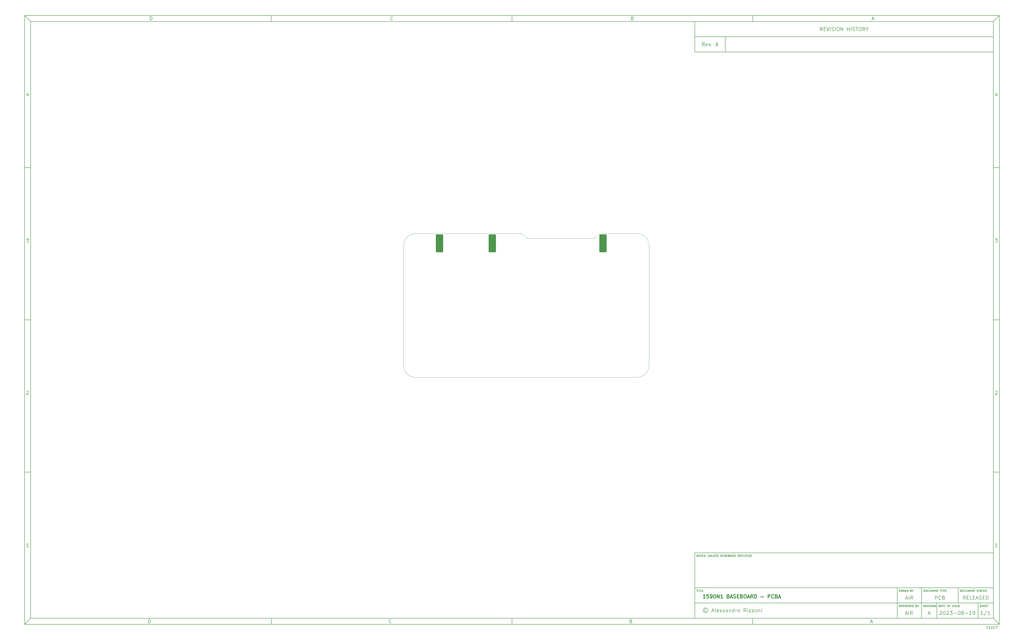
<source format=gbr>
%TF.GenerationSoftware,KiCad,Pcbnew,7.0.7*%
%TF.CreationDate,2023-09-27T18:03:17-04:00*%
%TF.ProjectId,baseboard,62617365-626f-4617-9264-2e6b69636164,A*%
%TF.SameCoordinates,Original*%
%TF.FileFunction,Paste,Bot*%
%TF.FilePolarity,Positive*%
%FSLAX46Y46*%
G04 Gerber Fmt 4.6, Leading zero omitted, Abs format (unit mm)*
G04 Created by KiCad (PCBNEW 7.0.7) date 2023-09-27 18:03:17*
%MOMM*%
%LPD*%
G01*
G04 APERTURE LIST*
G04 Aperture macros list*
%AMRoundRect*
0 Rectangle with rounded corners*
0 $1 Rounding radius*
0 $2 $3 $4 $5 $6 $7 $8 $9 X,Y pos of 4 corners*
0 Add a 4 corners polygon primitive as box body*
4,1,4,$2,$3,$4,$5,$6,$7,$8,$9,$2,$3,0*
0 Add four circle primitives for the rounded corners*
1,1,$1+$1,$2,$3*
1,1,$1+$1,$4,$5*
1,1,$1+$1,$6,$7*
1,1,$1+$1,$8,$9*
0 Add four rect primitives between the rounded corners*
20,1,$1+$1,$2,$3,$4,$5,0*
20,1,$1+$1,$4,$5,$6,$7,0*
20,1,$1+$1,$6,$7,$8,$9,0*
20,1,$1+$1,$8,$9,$2,$3,0*%
G04 Aperture macros list end*
%ADD10C,0.100000*%
%ADD11C,0.150000*%
%ADD12C,0.300000*%
%ADD13RoundRect,0.300000X1.200000X3.450000X-1.200000X3.450000X-1.200000X-3.450000X1.200000X-3.450000X0*%
%TA.AperFunction,Profile*%
%ADD14C,0.050000*%
%TD*%
G04 APERTURE END LIST*
D10*
D11*
X412213572Y-262654128D02*
X411356429Y-262654128D01*
X411785000Y-262654128D02*
X411785000Y-261154128D01*
X411785000Y-261154128D02*
X411642143Y-261368414D01*
X411642143Y-261368414D02*
X411499286Y-261511271D01*
X411499286Y-261511271D02*
X411356429Y-261582700D01*
X413927857Y-261082700D02*
X412642143Y-263011271D01*
X415213572Y-262654128D02*
X414356429Y-262654128D01*
X414785000Y-262654128D02*
X414785000Y-261154128D01*
X414785000Y-261154128D02*
X414642143Y-261368414D01*
X414642143Y-261368414D02*
X414499286Y-261511271D01*
X414499286Y-261511271D02*
X414356429Y-261582700D01*
D10*
D11*
X292809874Y-252259295D02*
X293267017Y-252259295D01*
X293038445Y-253059295D02*
X293038445Y-252259295D01*
X293533684Y-253059295D02*
X293533684Y-252259295D01*
X293800350Y-252259295D02*
X294257493Y-252259295D01*
X294028921Y-253059295D02*
X294028921Y-252259295D01*
X294905112Y-253059295D02*
X294524160Y-253059295D01*
X294524160Y-253059295D02*
X294524160Y-252259295D01*
X295171779Y-252640247D02*
X295438445Y-252640247D01*
X295552731Y-253059295D02*
X295171779Y-253059295D01*
X295171779Y-253059295D02*
X295171779Y-252259295D01*
X295171779Y-252259295D02*
X295552731Y-252259295D01*
D10*
D11*
X387996303Y-259409295D02*
X387729636Y-259028342D01*
X387539160Y-259409295D02*
X387539160Y-258609295D01*
X387539160Y-258609295D02*
X387843922Y-258609295D01*
X387843922Y-258609295D02*
X387920112Y-258647390D01*
X387920112Y-258647390D02*
X387958207Y-258685485D01*
X387958207Y-258685485D02*
X387996303Y-258761676D01*
X387996303Y-258761676D02*
X387996303Y-258875961D01*
X387996303Y-258875961D02*
X387958207Y-258952152D01*
X387958207Y-258952152D02*
X387920112Y-258990247D01*
X387920112Y-258990247D02*
X387843922Y-259028342D01*
X387843922Y-259028342D02*
X387539160Y-259028342D01*
X388339160Y-258990247D02*
X388605826Y-258990247D01*
X388720112Y-259409295D02*
X388339160Y-259409295D01*
X388339160Y-259409295D02*
X388339160Y-258609295D01*
X388339160Y-258609295D02*
X388720112Y-258609295D01*
X388948684Y-258609295D02*
X389215351Y-259409295D01*
X389215351Y-259409295D02*
X389482017Y-258609295D01*
X389748684Y-259409295D02*
X389748684Y-258609295D01*
X390091540Y-259371200D02*
X390205826Y-259409295D01*
X390205826Y-259409295D02*
X390396302Y-259409295D01*
X390396302Y-259409295D02*
X390472493Y-259371200D01*
X390472493Y-259371200D02*
X390510588Y-259333104D01*
X390510588Y-259333104D02*
X390548683Y-259256914D01*
X390548683Y-259256914D02*
X390548683Y-259180723D01*
X390548683Y-259180723D02*
X390510588Y-259104533D01*
X390510588Y-259104533D02*
X390472493Y-259066438D01*
X390472493Y-259066438D02*
X390396302Y-259028342D01*
X390396302Y-259028342D02*
X390243921Y-258990247D01*
X390243921Y-258990247D02*
X390167731Y-258952152D01*
X390167731Y-258952152D02*
X390129636Y-258914057D01*
X390129636Y-258914057D02*
X390091540Y-258837866D01*
X390091540Y-258837866D02*
X390091540Y-258761676D01*
X390091540Y-258761676D02*
X390129636Y-258685485D01*
X390129636Y-258685485D02*
X390167731Y-258647390D01*
X390167731Y-258647390D02*
X390243921Y-258609295D01*
X390243921Y-258609295D02*
X390434398Y-258609295D01*
X390434398Y-258609295D02*
X390548683Y-258647390D01*
X390891541Y-259409295D02*
X390891541Y-258609295D01*
X391424874Y-258609295D02*
X391577255Y-258609295D01*
X391577255Y-258609295D02*
X391653445Y-258647390D01*
X391653445Y-258647390D02*
X391729636Y-258723580D01*
X391729636Y-258723580D02*
X391767731Y-258875961D01*
X391767731Y-258875961D02*
X391767731Y-259142628D01*
X391767731Y-259142628D02*
X391729636Y-259295009D01*
X391729636Y-259295009D02*
X391653445Y-259371200D01*
X391653445Y-259371200D02*
X391577255Y-259409295D01*
X391577255Y-259409295D02*
X391424874Y-259409295D01*
X391424874Y-259409295D02*
X391348683Y-259371200D01*
X391348683Y-259371200D02*
X391272493Y-259295009D01*
X391272493Y-259295009D02*
X391234397Y-259142628D01*
X391234397Y-259142628D02*
X391234397Y-258875961D01*
X391234397Y-258875961D02*
X391272493Y-258723580D01*
X391272493Y-258723580D02*
X391348683Y-258647390D01*
X391348683Y-258647390D02*
X391424874Y-258609295D01*
X392110588Y-259409295D02*
X392110588Y-258609295D01*
X392110588Y-258609295D02*
X392567731Y-259409295D01*
X392567731Y-259409295D02*
X392567731Y-258609295D01*
D10*
D11*
X393889160Y-259409295D02*
X393889160Y-258609295D01*
X393889160Y-258609295D02*
X394079636Y-258609295D01*
X394079636Y-258609295D02*
X394193922Y-258647390D01*
X394193922Y-258647390D02*
X394270112Y-258723580D01*
X394270112Y-258723580D02*
X394308207Y-258799771D01*
X394308207Y-258799771D02*
X394346303Y-258952152D01*
X394346303Y-258952152D02*
X394346303Y-259066438D01*
X394346303Y-259066438D02*
X394308207Y-259218819D01*
X394308207Y-259218819D02*
X394270112Y-259295009D01*
X394270112Y-259295009D02*
X394193922Y-259371200D01*
X394193922Y-259371200D02*
X394079636Y-259409295D01*
X394079636Y-259409295D02*
X393889160Y-259409295D01*
X394651064Y-259180723D02*
X395032017Y-259180723D01*
X394574874Y-259409295D02*
X394841541Y-258609295D01*
X394841541Y-258609295D02*
X395108207Y-259409295D01*
X395260588Y-258609295D02*
X395717731Y-258609295D01*
X395489159Y-259409295D02*
X395489159Y-258609295D01*
X395984398Y-258990247D02*
X396251064Y-258990247D01*
X396365350Y-259409295D02*
X395984398Y-259409295D01*
X395984398Y-259409295D02*
X395984398Y-258609295D01*
X395984398Y-258609295D02*
X396365350Y-258609295D01*
X397470113Y-258609295D02*
X397622494Y-258609295D01*
X397622494Y-258609295D02*
X397698684Y-258647390D01*
X397698684Y-258647390D02*
X397774875Y-258723580D01*
X397774875Y-258723580D02*
X397812970Y-258875961D01*
X397812970Y-258875961D02*
X397812970Y-259142628D01*
X397812970Y-259142628D02*
X397774875Y-259295009D01*
X397774875Y-259295009D02*
X397698684Y-259371200D01*
X397698684Y-259371200D02*
X397622494Y-259409295D01*
X397622494Y-259409295D02*
X397470113Y-259409295D01*
X397470113Y-259409295D02*
X397393922Y-259371200D01*
X397393922Y-259371200D02*
X397317732Y-259295009D01*
X397317732Y-259295009D02*
X397279636Y-259142628D01*
X397279636Y-259142628D02*
X397279636Y-258875961D01*
X397279636Y-258875961D02*
X397317732Y-258723580D01*
X397317732Y-258723580D02*
X397393922Y-258647390D01*
X397393922Y-258647390D02*
X397470113Y-258609295D01*
X398422493Y-258990247D02*
X398155827Y-258990247D01*
X398155827Y-259409295D02*
X398155827Y-258609295D01*
X398155827Y-258609295D02*
X398536779Y-258609295D01*
X399451065Y-259409295D02*
X399451065Y-258609295D01*
X399793921Y-259371200D02*
X399908207Y-259409295D01*
X399908207Y-259409295D02*
X400098683Y-259409295D01*
X400098683Y-259409295D02*
X400174874Y-259371200D01*
X400174874Y-259371200D02*
X400212969Y-259333104D01*
X400212969Y-259333104D02*
X400251064Y-259256914D01*
X400251064Y-259256914D02*
X400251064Y-259180723D01*
X400251064Y-259180723D02*
X400212969Y-259104533D01*
X400212969Y-259104533D02*
X400174874Y-259066438D01*
X400174874Y-259066438D02*
X400098683Y-259028342D01*
X400098683Y-259028342D02*
X399946302Y-258990247D01*
X399946302Y-258990247D02*
X399870112Y-258952152D01*
X399870112Y-258952152D02*
X399832017Y-258914057D01*
X399832017Y-258914057D02*
X399793921Y-258837866D01*
X399793921Y-258837866D02*
X399793921Y-258761676D01*
X399793921Y-258761676D02*
X399832017Y-258685485D01*
X399832017Y-258685485D02*
X399870112Y-258647390D01*
X399870112Y-258647390D02*
X399946302Y-258609295D01*
X399946302Y-258609295D02*
X400136779Y-258609295D01*
X400136779Y-258609295D02*
X400251064Y-258647390D01*
X400555826Y-259371200D02*
X400670112Y-259409295D01*
X400670112Y-259409295D02*
X400860588Y-259409295D01*
X400860588Y-259409295D02*
X400936779Y-259371200D01*
X400936779Y-259371200D02*
X400974874Y-259333104D01*
X400974874Y-259333104D02*
X401012969Y-259256914D01*
X401012969Y-259256914D02*
X401012969Y-259180723D01*
X401012969Y-259180723D02*
X400974874Y-259104533D01*
X400974874Y-259104533D02*
X400936779Y-259066438D01*
X400936779Y-259066438D02*
X400860588Y-259028342D01*
X400860588Y-259028342D02*
X400708207Y-258990247D01*
X400708207Y-258990247D02*
X400632017Y-258952152D01*
X400632017Y-258952152D02*
X400593922Y-258914057D01*
X400593922Y-258914057D02*
X400555826Y-258837866D01*
X400555826Y-258837866D02*
X400555826Y-258761676D01*
X400555826Y-258761676D02*
X400593922Y-258685485D01*
X400593922Y-258685485D02*
X400632017Y-258647390D01*
X400632017Y-258647390D02*
X400708207Y-258609295D01*
X400708207Y-258609295D02*
X400898684Y-258609295D01*
X400898684Y-258609295D02*
X401012969Y-258647390D01*
X401355827Y-258609295D02*
X401355827Y-259256914D01*
X401355827Y-259256914D02*
X401393922Y-259333104D01*
X401393922Y-259333104D02*
X401432017Y-259371200D01*
X401432017Y-259371200D02*
X401508208Y-259409295D01*
X401508208Y-259409295D02*
X401660589Y-259409295D01*
X401660589Y-259409295D02*
X401736779Y-259371200D01*
X401736779Y-259371200D02*
X401774874Y-259333104D01*
X401774874Y-259333104D02*
X401812970Y-259256914D01*
X401812970Y-259256914D02*
X401812970Y-258609295D01*
X402193922Y-258990247D02*
X402460588Y-258990247D01*
X402574874Y-259409295D02*
X402193922Y-259409295D01*
X402193922Y-259409295D02*
X402193922Y-258609295D01*
X402193922Y-258609295D02*
X402574874Y-258609295D01*
D10*
D11*
X410996064Y-259371200D02*
X411110350Y-259409295D01*
X411110350Y-259409295D02*
X411300826Y-259409295D01*
X411300826Y-259409295D02*
X411377017Y-259371200D01*
X411377017Y-259371200D02*
X411415112Y-259333104D01*
X411415112Y-259333104D02*
X411453207Y-259256914D01*
X411453207Y-259256914D02*
X411453207Y-259180723D01*
X411453207Y-259180723D02*
X411415112Y-259104533D01*
X411415112Y-259104533D02*
X411377017Y-259066438D01*
X411377017Y-259066438D02*
X411300826Y-259028342D01*
X411300826Y-259028342D02*
X411148445Y-258990247D01*
X411148445Y-258990247D02*
X411072255Y-258952152D01*
X411072255Y-258952152D02*
X411034160Y-258914057D01*
X411034160Y-258914057D02*
X410996064Y-258837866D01*
X410996064Y-258837866D02*
X410996064Y-258761676D01*
X410996064Y-258761676D02*
X411034160Y-258685485D01*
X411034160Y-258685485D02*
X411072255Y-258647390D01*
X411072255Y-258647390D02*
X411148445Y-258609295D01*
X411148445Y-258609295D02*
X411338922Y-258609295D01*
X411338922Y-258609295D02*
X411453207Y-258647390D01*
X411796065Y-259409295D02*
X411796065Y-258609295D01*
X411796065Y-258990247D02*
X412253208Y-258990247D01*
X412253208Y-259409295D02*
X412253208Y-258609295D01*
X412634160Y-258990247D02*
X412900826Y-258990247D01*
X413015112Y-259409295D02*
X412634160Y-259409295D01*
X412634160Y-259409295D02*
X412634160Y-258609295D01*
X412634160Y-258609295D02*
X413015112Y-258609295D01*
X413357970Y-258990247D02*
X413624636Y-258990247D01*
X413738922Y-259409295D02*
X413357970Y-259409295D01*
X413357970Y-259409295D02*
X413357970Y-258609295D01*
X413357970Y-258609295D02*
X413738922Y-258609295D01*
X413967494Y-258609295D02*
X414424637Y-258609295D01*
X414196065Y-259409295D02*
X414196065Y-258609295D01*
D10*
D11*
X392342142Y-256304128D02*
X392342142Y-254804128D01*
X392342142Y-254804128D02*
X392913571Y-254804128D01*
X392913571Y-254804128D02*
X393056428Y-254875557D01*
X393056428Y-254875557D02*
X393127857Y-254946985D01*
X393127857Y-254946985D02*
X393199285Y-255089842D01*
X393199285Y-255089842D02*
X393199285Y-255304128D01*
X393199285Y-255304128D02*
X393127857Y-255446985D01*
X393127857Y-255446985D02*
X393056428Y-255518414D01*
X393056428Y-255518414D02*
X392913571Y-255589842D01*
X392913571Y-255589842D02*
X392342142Y-255589842D01*
X394699285Y-256161271D02*
X394627857Y-256232700D01*
X394627857Y-256232700D02*
X394413571Y-256304128D01*
X394413571Y-256304128D02*
X394270714Y-256304128D01*
X394270714Y-256304128D02*
X394056428Y-256232700D01*
X394056428Y-256232700D02*
X393913571Y-256089842D01*
X393913571Y-256089842D02*
X393842142Y-255946985D01*
X393842142Y-255946985D02*
X393770714Y-255661271D01*
X393770714Y-255661271D02*
X393770714Y-255446985D01*
X393770714Y-255446985D02*
X393842142Y-255161271D01*
X393842142Y-255161271D02*
X393913571Y-255018414D01*
X393913571Y-255018414D02*
X394056428Y-254875557D01*
X394056428Y-254875557D02*
X394270714Y-254804128D01*
X394270714Y-254804128D02*
X394413571Y-254804128D01*
X394413571Y-254804128D02*
X394627857Y-254875557D01*
X394627857Y-254875557D02*
X394699285Y-254946985D01*
X395842142Y-255518414D02*
X396056428Y-255589842D01*
X396056428Y-255589842D02*
X396127857Y-255661271D01*
X396127857Y-255661271D02*
X396199285Y-255804128D01*
X396199285Y-255804128D02*
X396199285Y-256018414D01*
X396199285Y-256018414D02*
X396127857Y-256161271D01*
X396127857Y-256161271D02*
X396056428Y-256232700D01*
X396056428Y-256232700D02*
X395913571Y-256304128D01*
X395913571Y-256304128D02*
X395342142Y-256304128D01*
X395342142Y-256304128D02*
X395342142Y-254804128D01*
X395342142Y-254804128D02*
X395842142Y-254804128D01*
X395842142Y-254804128D02*
X395985000Y-254875557D01*
X395985000Y-254875557D02*
X396056428Y-254946985D01*
X396056428Y-254946985D02*
X396127857Y-255089842D01*
X396127857Y-255089842D02*
X396127857Y-255232700D01*
X396127857Y-255232700D02*
X396056428Y-255375557D01*
X396056428Y-255375557D02*
X395985000Y-255446985D01*
X395985000Y-255446985D02*
X395842142Y-255518414D01*
X395842142Y-255518414D02*
X395342142Y-255518414D01*
D10*
D11*
X377468064Y-259180723D02*
X377849017Y-259180723D01*
X377391874Y-259409295D02*
X377658541Y-258609295D01*
X377658541Y-258609295D02*
X377925207Y-259409295D01*
X378191874Y-259409295D02*
X378191874Y-258609295D01*
X378191874Y-258609295D02*
X378496636Y-258609295D01*
X378496636Y-258609295D02*
X378572826Y-258647390D01*
X378572826Y-258647390D02*
X378610921Y-258685485D01*
X378610921Y-258685485D02*
X378649017Y-258761676D01*
X378649017Y-258761676D02*
X378649017Y-258875961D01*
X378649017Y-258875961D02*
X378610921Y-258952152D01*
X378610921Y-258952152D02*
X378572826Y-258990247D01*
X378572826Y-258990247D02*
X378496636Y-259028342D01*
X378496636Y-259028342D02*
X378191874Y-259028342D01*
X378991874Y-259409295D02*
X378991874Y-258609295D01*
X378991874Y-258609295D02*
X379296636Y-258609295D01*
X379296636Y-258609295D02*
X379372826Y-258647390D01*
X379372826Y-258647390D02*
X379410921Y-258685485D01*
X379410921Y-258685485D02*
X379449017Y-258761676D01*
X379449017Y-258761676D02*
X379449017Y-258875961D01*
X379449017Y-258875961D02*
X379410921Y-258952152D01*
X379410921Y-258952152D02*
X379372826Y-258990247D01*
X379372826Y-258990247D02*
X379296636Y-259028342D01*
X379296636Y-259028342D02*
X378991874Y-259028342D01*
X380249017Y-259409295D02*
X379982350Y-259028342D01*
X379791874Y-259409295D02*
X379791874Y-258609295D01*
X379791874Y-258609295D02*
X380096636Y-258609295D01*
X380096636Y-258609295D02*
X380172826Y-258647390D01*
X380172826Y-258647390D02*
X380210921Y-258685485D01*
X380210921Y-258685485D02*
X380249017Y-258761676D01*
X380249017Y-258761676D02*
X380249017Y-258875961D01*
X380249017Y-258875961D02*
X380210921Y-258952152D01*
X380210921Y-258952152D02*
X380172826Y-258990247D01*
X380172826Y-258990247D02*
X380096636Y-259028342D01*
X380096636Y-259028342D02*
X379791874Y-259028342D01*
X380744255Y-258609295D02*
X380896636Y-258609295D01*
X380896636Y-258609295D02*
X380972826Y-258647390D01*
X380972826Y-258647390D02*
X381049017Y-258723580D01*
X381049017Y-258723580D02*
X381087112Y-258875961D01*
X381087112Y-258875961D02*
X381087112Y-259142628D01*
X381087112Y-259142628D02*
X381049017Y-259295009D01*
X381049017Y-259295009D02*
X380972826Y-259371200D01*
X380972826Y-259371200D02*
X380896636Y-259409295D01*
X380896636Y-259409295D02*
X380744255Y-259409295D01*
X380744255Y-259409295D02*
X380668064Y-259371200D01*
X380668064Y-259371200D02*
X380591874Y-259295009D01*
X380591874Y-259295009D02*
X380553778Y-259142628D01*
X380553778Y-259142628D02*
X380553778Y-258875961D01*
X380553778Y-258875961D02*
X380591874Y-258723580D01*
X380591874Y-258723580D02*
X380668064Y-258647390D01*
X380668064Y-258647390D02*
X380744255Y-258609295D01*
X381315683Y-258609295D02*
X381582350Y-259409295D01*
X381582350Y-259409295D02*
X381849016Y-258609295D01*
X382115683Y-258990247D02*
X382382349Y-258990247D01*
X382496635Y-259409295D02*
X382115683Y-259409295D01*
X382115683Y-259409295D02*
X382115683Y-258609295D01*
X382115683Y-258609295D02*
X382496635Y-258609295D01*
X382839493Y-259409295D02*
X382839493Y-258609295D01*
X382839493Y-258609295D02*
X383029969Y-258609295D01*
X383029969Y-258609295D02*
X383144255Y-258647390D01*
X383144255Y-258647390D02*
X383220445Y-258723580D01*
X383220445Y-258723580D02*
X383258540Y-258799771D01*
X383258540Y-258799771D02*
X383296636Y-258952152D01*
X383296636Y-258952152D02*
X383296636Y-259066438D01*
X383296636Y-259066438D02*
X383258540Y-259218819D01*
X383258540Y-259218819D02*
X383220445Y-259295009D01*
X383220445Y-259295009D02*
X383144255Y-259371200D01*
X383144255Y-259371200D02*
X383029969Y-259409295D01*
X383029969Y-259409295D02*
X382839493Y-259409295D01*
X384515683Y-258990247D02*
X384629969Y-259028342D01*
X384629969Y-259028342D02*
X384668064Y-259066438D01*
X384668064Y-259066438D02*
X384706160Y-259142628D01*
X384706160Y-259142628D02*
X384706160Y-259256914D01*
X384706160Y-259256914D02*
X384668064Y-259333104D01*
X384668064Y-259333104D02*
X384629969Y-259371200D01*
X384629969Y-259371200D02*
X384553779Y-259409295D01*
X384553779Y-259409295D02*
X384249017Y-259409295D01*
X384249017Y-259409295D02*
X384249017Y-258609295D01*
X384249017Y-258609295D02*
X384515683Y-258609295D01*
X384515683Y-258609295D02*
X384591874Y-258647390D01*
X384591874Y-258647390D02*
X384629969Y-258685485D01*
X384629969Y-258685485D02*
X384668064Y-258761676D01*
X384668064Y-258761676D02*
X384668064Y-258837866D01*
X384668064Y-258837866D02*
X384629969Y-258914057D01*
X384629969Y-258914057D02*
X384591874Y-258952152D01*
X384591874Y-258952152D02*
X384515683Y-258990247D01*
X384515683Y-258990247D02*
X384249017Y-258990247D01*
X385201398Y-259028342D02*
X385201398Y-259409295D01*
X384934731Y-258609295D02*
X385201398Y-259028342D01*
X385201398Y-259028342D02*
X385468064Y-258609295D01*
D10*
D11*
X296845112Y-260418271D02*
X296702255Y-260346842D01*
X296702255Y-260346842D02*
X296416541Y-260346842D01*
X296416541Y-260346842D02*
X296273684Y-260418271D01*
X296273684Y-260418271D02*
X296130826Y-260561128D01*
X296130826Y-260561128D02*
X296059398Y-260703985D01*
X296059398Y-260703985D02*
X296059398Y-260989700D01*
X296059398Y-260989700D02*
X296130826Y-261132557D01*
X296130826Y-261132557D02*
X296273684Y-261275414D01*
X296273684Y-261275414D02*
X296416541Y-261346842D01*
X296416541Y-261346842D02*
X296702255Y-261346842D01*
X296702255Y-261346842D02*
X296845112Y-261275414D01*
X296559398Y-259846842D02*
X296202255Y-259918271D01*
X296202255Y-259918271D02*
X295845112Y-260132557D01*
X295845112Y-260132557D02*
X295630826Y-260489700D01*
X295630826Y-260489700D02*
X295559398Y-260846842D01*
X295559398Y-260846842D02*
X295630826Y-261203985D01*
X295630826Y-261203985D02*
X295845112Y-261561128D01*
X295845112Y-261561128D02*
X296202255Y-261775414D01*
X296202255Y-261775414D02*
X296559398Y-261846842D01*
X296559398Y-261846842D02*
X296916541Y-261775414D01*
X296916541Y-261775414D02*
X297273684Y-261561128D01*
X297273684Y-261561128D02*
X297487969Y-261203985D01*
X297487969Y-261203985D02*
X297559398Y-260846842D01*
X297559398Y-260846842D02*
X297487969Y-260489700D01*
X297487969Y-260489700D02*
X297273684Y-260132557D01*
X297273684Y-260132557D02*
X296916541Y-259918271D01*
X296916541Y-259918271D02*
X296559398Y-259846842D01*
X299273684Y-261132557D02*
X299987970Y-261132557D01*
X299130827Y-261561128D02*
X299630827Y-260061128D01*
X299630827Y-260061128D02*
X300130827Y-261561128D01*
X300845112Y-261561128D02*
X300702255Y-261489700D01*
X300702255Y-261489700D02*
X300630826Y-261346842D01*
X300630826Y-261346842D02*
X300630826Y-260061128D01*
X301987969Y-261489700D02*
X301845112Y-261561128D01*
X301845112Y-261561128D02*
X301559398Y-261561128D01*
X301559398Y-261561128D02*
X301416540Y-261489700D01*
X301416540Y-261489700D02*
X301345112Y-261346842D01*
X301345112Y-261346842D02*
X301345112Y-260775414D01*
X301345112Y-260775414D02*
X301416540Y-260632557D01*
X301416540Y-260632557D02*
X301559398Y-260561128D01*
X301559398Y-260561128D02*
X301845112Y-260561128D01*
X301845112Y-260561128D02*
X301987969Y-260632557D01*
X301987969Y-260632557D02*
X302059398Y-260775414D01*
X302059398Y-260775414D02*
X302059398Y-260918271D01*
X302059398Y-260918271D02*
X301345112Y-261061128D01*
X302630826Y-261489700D02*
X302773683Y-261561128D01*
X302773683Y-261561128D02*
X303059397Y-261561128D01*
X303059397Y-261561128D02*
X303202254Y-261489700D01*
X303202254Y-261489700D02*
X303273683Y-261346842D01*
X303273683Y-261346842D02*
X303273683Y-261275414D01*
X303273683Y-261275414D02*
X303202254Y-261132557D01*
X303202254Y-261132557D02*
X303059397Y-261061128D01*
X303059397Y-261061128D02*
X302845112Y-261061128D01*
X302845112Y-261061128D02*
X302702254Y-260989700D01*
X302702254Y-260989700D02*
X302630826Y-260846842D01*
X302630826Y-260846842D02*
X302630826Y-260775414D01*
X302630826Y-260775414D02*
X302702254Y-260632557D01*
X302702254Y-260632557D02*
X302845112Y-260561128D01*
X302845112Y-260561128D02*
X303059397Y-260561128D01*
X303059397Y-260561128D02*
X303202254Y-260632557D01*
X303845112Y-261489700D02*
X303987969Y-261561128D01*
X303987969Y-261561128D02*
X304273683Y-261561128D01*
X304273683Y-261561128D02*
X304416540Y-261489700D01*
X304416540Y-261489700D02*
X304487969Y-261346842D01*
X304487969Y-261346842D02*
X304487969Y-261275414D01*
X304487969Y-261275414D02*
X304416540Y-261132557D01*
X304416540Y-261132557D02*
X304273683Y-261061128D01*
X304273683Y-261061128D02*
X304059398Y-261061128D01*
X304059398Y-261061128D02*
X303916540Y-260989700D01*
X303916540Y-260989700D02*
X303845112Y-260846842D01*
X303845112Y-260846842D02*
X303845112Y-260775414D01*
X303845112Y-260775414D02*
X303916540Y-260632557D01*
X303916540Y-260632557D02*
X304059398Y-260561128D01*
X304059398Y-260561128D02*
X304273683Y-260561128D01*
X304273683Y-260561128D02*
X304416540Y-260632557D01*
X305773684Y-261561128D02*
X305773684Y-260775414D01*
X305773684Y-260775414D02*
X305702255Y-260632557D01*
X305702255Y-260632557D02*
X305559398Y-260561128D01*
X305559398Y-260561128D02*
X305273684Y-260561128D01*
X305273684Y-260561128D02*
X305130826Y-260632557D01*
X305773684Y-261489700D02*
X305630826Y-261561128D01*
X305630826Y-261561128D02*
X305273684Y-261561128D01*
X305273684Y-261561128D02*
X305130826Y-261489700D01*
X305130826Y-261489700D02*
X305059398Y-261346842D01*
X305059398Y-261346842D02*
X305059398Y-261203985D01*
X305059398Y-261203985D02*
X305130826Y-261061128D01*
X305130826Y-261061128D02*
X305273684Y-260989700D01*
X305273684Y-260989700D02*
X305630826Y-260989700D01*
X305630826Y-260989700D02*
X305773684Y-260918271D01*
X306487969Y-260561128D02*
X306487969Y-261561128D01*
X306487969Y-260703985D02*
X306559398Y-260632557D01*
X306559398Y-260632557D02*
X306702255Y-260561128D01*
X306702255Y-260561128D02*
X306916541Y-260561128D01*
X306916541Y-260561128D02*
X307059398Y-260632557D01*
X307059398Y-260632557D02*
X307130827Y-260775414D01*
X307130827Y-260775414D02*
X307130827Y-261561128D01*
X308487970Y-261561128D02*
X308487970Y-260061128D01*
X308487970Y-261489700D02*
X308345112Y-261561128D01*
X308345112Y-261561128D02*
X308059398Y-261561128D01*
X308059398Y-261561128D02*
X307916541Y-261489700D01*
X307916541Y-261489700D02*
X307845112Y-261418271D01*
X307845112Y-261418271D02*
X307773684Y-261275414D01*
X307773684Y-261275414D02*
X307773684Y-260846842D01*
X307773684Y-260846842D02*
X307845112Y-260703985D01*
X307845112Y-260703985D02*
X307916541Y-260632557D01*
X307916541Y-260632557D02*
X308059398Y-260561128D01*
X308059398Y-260561128D02*
X308345112Y-260561128D01*
X308345112Y-260561128D02*
X308487970Y-260632557D01*
X309202255Y-261561128D02*
X309202255Y-260561128D01*
X309202255Y-260846842D02*
X309273684Y-260703985D01*
X309273684Y-260703985D02*
X309345113Y-260632557D01*
X309345113Y-260632557D02*
X309487970Y-260561128D01*
X309487970Y-260561128D02*
X309630827Y-260561128D01*
X310345112Y-261561128D02*
X310202255Y-261489700D01*
X310202255Y-261489700D02*
X310130826Y-261418271D01*
X310130826Y-261418271D02*
X310059398Y-261275414D01*
X310059398Y-261275414D02*
X310059398Y-260846842D01*
X310059398Y-260846842D02*
X310130826Y-260703985D01*
X310130826Y-260703985D02*
X310202255Y-260632557D01*
X310202255Y-260632557D02*
X310345112Y-260561128D01*
X310345112Y-260561128D02*
X310559398Y-260561128D01*
X310559398Y-260561128D02*
X310702255Y-260632557D01*
X310702255Y-260632557D02*
X310773684Y-260703985D01*
X310773684Y-260703985D02*
X310845112Y-260846842D01*
X310845112Y-260846842D02*
X310845112Y-261275414D01*
X310845112Y-261275414D02*
X310773684Y-261418271D01*
X310773684Y-261418271D02*
X310702255Y-261489700D01*
X310702255Y-261489700D02*
X310559398Y-261561128D01*
X310559398Y-261561128D02*
X310345112Y-261561128D01*
X313487969Y-261561128D02*
X312987969Y-260846842D01*
X312630826Y-261561128D02*
X312630826Y-260061128D01*
X312630826Y-260061128D02*
X313202255Y-260061128D01*
X313202255Y-260061128D02*
X313345112Y-260132557D01*
X313345112Y-260132557D02*
X313416541Y-260203985D01*
X313416541Y-260203985D02*
X313487969Y-260346842D01*
X313487969Y-260346842D02*
X313487969Y-260561128D01*
X313487969Y-260561128D02*
X313416541Y-260703985D01*
X313416541Y-260703985D02*
X313345112Y-260775414D01*
X313345112Y-260775414D02*
X313202255Y-260846842D01*
X313202255Y-260846842D02*
X312630826Y-260846842D01*
X314130826Y-261561128D02*
X314130826Y-260561128D01*
X314130826Y-260061128D02*
X314059398Y-260132557D01*
X314059398Y-260132557D02*
X314130826Y-260203985D01*
X314130826Y-260203985D02*
X314202255Y-260132557D01*
X314202255Y-260132557D02*
X314130826Y-260061128D01*
X314130826Y-260061128D02*
X314130826Y-260203985D01*
X314702255Y-260561128D02*
X315487970Y-260561128D01*
X315487970Y-260561128D02*
X314702255Y-261561128D01*
X314702255Y-261561128D02*
X315487970Y-261561128D01*
X315916541Y-260561128D02*
X316702256Y-260561128D01*
X316702256Y-260561128D02*
X315916541Y-261561128D01*
X315916541Y-261561128D02*
X316702256Y-261561128D01*
X317487970Y-261561128D02*
X317345113Y-261489700D01*
X317345113Y-261489700D02*
X317273684Y-261418271D01*
X317273684Y-261418271D02*
X317202256Y-261275414D01*
X317202256Y-261275414D02*
X317202256Y-260846842D01*
X317202256Y-260846842D02*
X317273684Y-260703985D01*
X317273684Y-260703985D02*
X317345113Y-260632557D01*
X317345113Y-260632557D02*
X317487970Y-260561128D01*
X317487970Y-260561128D02*
X317702256Y-260561128D01*
X317702256Y-260561128D02*
X317845113Y-260632557D01*
X317845113Y-260632557D02*
X317916542Y-260703985D01*
X317916542Y-260703985D02*
X317987970Y-260846842D01*
X317987970Y-260846842D02*
X317987970Y-261275414D01*
X317987970Y-261275414D02*
X317916542Y-261418271D01*
X317916542Y-261418271D02*
X317845113Y-261489700D01*
X317845113Y-261489700D02*
X317702256Y-261561128D01*
X317702256Y-261561128D02*
X317487970Y-261561128D01*
X318630827Y-260561128D02*
X318630827Y-261561128D01*
X318630827Y-260703985D02*
X318702256Y-260632557D01*
X318702256Y-260632557D02*
X318845113Y-260561128D01*
X318845113Y-260561128D02*
X319059399Y-260561128D01*
X319059399Y-260561128D02*
X319202256Y-260632557D01*
X319202256Y-260632557D02*
X319273685Y-260775414D01*
X319273685Y-260775414D02*
X319273685Y-261561128D01*
X319987970Y-261561128D02*
X319987970Y-260561128D01*
X319987970Y-260061128D02*
X319916542Y-260132557D01*
X319916542Y-260132557D02*
X319987970Y-260203985D01*
X319987970Y-260203985D02*
X320059399Y-260132557D01*
X320059399Y-260132557D02*
X319987970Y-260061128D01*
X319987970Y-260061128D02*
X319987970Y-260203985D01*
D10*
D11*
X380070714Y-255875557D02*
X380785000Y-255875557D01*
X379927857Y-256304128D02*
X380427857Y-254804128D01*
X380427857Y-254804128D02*
X380927857Y-256304128D01*
X381427856Y-256304128D02*
X381427856Y-254804128D01*
X382999285Y-256304128D02*
X382499285Y-255589842D01*
X382142142Y-256304128D02*
X382142142Y-254804128D01*
X382142142Y-254804128D02*
X382713571Y-254804128D01*
X382713571Y-254804128D02*
X382856428Y-254875557D01*
X382856428Y-254875557D02*
X382927857Y-254946985D01*
X382927857Y-254946985D02*
X382999285Y-255089842D01*
X382999285Y-255089842D02*
X382999285Y-255304128D01*
X382999285Y-255304128D02*
X382927857Y-255446985D01*
X382927857Y-255446985D02*
X382856428Y-255518414D01*
X382856428Y-255518414D02*
X382713571Y-255589842D01*
X382713571Y-255589842D02*
X382142142Y-255589842D01*
D10*
D11*
X379943714Y-262225557D02*
X380658000Y-262225557D01*
X379800857Y-262654128D02*
X380300857Y-261154128D01*
X380300857Y-261154128D02*
X380800857Y-262654128D01*
X381300856Y-262654128D02*
X381300856Y-261154128D01*
X382872285Y-262654128D02*
X382372285Y-261939842D01*
X382015142Y-262654128D02*
X382015142Y-261154128D01*
X382015142Y-261154128D02*
X382586571Y-261154128D01*
X382586571Y-261154128D02*
X382729428Y-261225557D01*
X382729428Y-261225557D02*
X382800857Y-261296985D01*
X382800857Y-261296985D02*
X382872285Y-261439842D01*
X382872285Y-261439842D02*
X382872285Y-261654128D01*
X382872285Y-261654128D02*
X382800857Y-261796985D01*
X382800857Y-261796985D02*
X382729428Y-261868414D01*
X382729428Y-261868414D02*
X382586571Y-261939842D01*
X382586571Y-261939842D02*
X382015142Y-261939842D01*
D10*
D11*
X402779160Y-253059295D02*
X402779160Y-252259295D01*
X402779160Y-252259295D02*
X402969636Y-252259295D01*
X402969636Y-252259295D02*
X403083922Y-252297390D01*
X403083922Y-252297390D02*
X403160112Y-252373580D01*
X403160112Y-252373580D02*
X403198207Y-252449771D01*
X403198207Y-252449771D02*
X403236303Y-252602152D01*
X403236303Y-252602152D02*
X403236303Y-252716438D01*
X403236303Y-252716438D02*
X403198207Y-252868819D01*
X403198207Y-252868819D02*
X403160112Y-252945009D01*
X403160112Y-252945009D02*
X403083922Y-253021200D01*
X403083922Y-253021200D02*
X402969636Y-253059295D01*
X402969636Y-253059295D02*
X402779160Y-253059295D01*
X403731541Y-252259295D02*
X403883922Y-252259295D01*
X403883922Y-252259295D02*
X403960112Y-252297390D01*
X403960112Y-252297390D02*
X404036303Y-252373580D01*
X404036303Y-252373580D02*
X404074398Y-252525961D01*
X404074398Y-252525961D02*
X404074398Y-252792628D01*
X404074398Y-252792628D02*
X404036303Y-252945009D01*
X404036303Y-252945009D02*
X403960112Y-253021200D01*
X403960112Y-253021200D02*
X403883922Y-253059295D01*
X403883922Y-253059295D02*
X403731541Y-253059295D01*
X403731541Y-253059295D02*
X403655350Y-253021200D01*
X403655350Y-253021200D02*
X403579160Y-252945009D01*
X403579160Y-252945009D02*
X403541064Y-252792628D01*
X403541064Y-252792628D02*
X403541064Y-252525961D01*
X403541064Y-252525961D02*
X403579160Y-252373580D01*
X403579160Y-252373580D02*
X403655350Y-252297390D01*
X403655350Y-252297390D02*
X403731541Y-252259295D01*
X404874398Y-252983104D02*
X404836302Y-253021200D01*
X404836302Y-253021200D02*
X404722017Y-253059295D01*
X404722017Y-253059295D02*
X404645826Y-253059295D01*
X404645826Y-253059295D02*
X404531540Y-253021200D01*
X404531540Y-253021200D02*
X404455350Y-252945009D01*
X404455350Y-252945009D02*
X404417255Y-252868819D01*
X404417255Y-252868819D02*
X404379159Y-252716438D01*
X404379159Y-252716438D02*
X404379159Y-252602152D01*
X404379159Y-252602152D02*
X404417255Y-252449771D01*
X404417255Y-252449771D02*
X404455350Y-252373580D01*
X404455350Y-252373580D02*
X404531540Y-252297390D01*
X404531540Y-252297390D02*
X404645826Y-252259295D01*
X404645826Y-252259295D02*
X404722017Y-252259295D01*
X404722017Y-252259295D02*
X404836302Y-252297390D01*
X404836302Y-252297390D02*
X404874398Y-252335485D01*
X405217255Y-252259295D02*
X405217255Y-252906914D01*
X405217255Y-252906914D02*
X405255350Y-252983104D01*
X405255350Y-252983104D02*
X405293445Y-253021200D01*
X405293445Y-253021200D02*
X405369636Y-253059295D01*
X405369636Y-253059295D02*
X405522017Y-253059295D01*
X405522017Y-253059295D02*
X405598207Y-253021200D01*
X405598207Y-253021200D02*
X405636302Y-252983104D01*
X405636302Y-252983104D02*
X405674398Y-252906914D01*
X405674398Y-252906914D02*
X405674398Y-252259295D01*
X406055350Y-253059295D02*
X406055350Y-252259295D01*
X406055350Y-252259295D02*
X406322016Y-252830723D01*
X406322016Y-252830723D02*
X406588683Y-252259295D01*
X406588683Y-252259295D02*
X406588683Y-253059295D01*
X406969636Y-252640247D02*
X407236302Y-252640247D01*
X407350588Y-253059295D02*
X406969636Y-253059295D01*
X406969636Y-253059295D02*
X406969636Y-252259295D01*
X406969636Y-252259295D02*
X407350588Y-252259295D01*
X407693446Y-253059295D02*
X407693446Y-252259295D01*
X407693446Y-252259295D02*
X408150589Y-253059295D01*
X408150589Y-253059295D02*
X408150589Y-252259295D01*
X408417255Y-252259295D02*
X408874398Y-252259295D01*
X408645826Y-253059295D02*
X408645826Y-252259295D01*
X409712493Y-253021200D02*
X409826779Y-253059295D01*
X409826779Y-253059295D02*
X410017255Y-253059295D01*
X410017255Y-253059295D02*
X410093446Y-253021200D01*
X410093446Y-253021200D02*
X410131541Y-252983104D01*
X410131541Y-252983104D02*
X410169636Y-252906914D01*
X410169636Y-252906914D02*
X410169636Y-252830723D01*
X410169636Y-252830723D02*
X410131541Y-252754533D01*
X410131541Y-252754533D02*
X410093446Y-252716438D01*
X410093446Y-252716438D02*
X410017255Y-252678342D01*
X410017255Y-252678342D02*
X409864874Y-252640247D01*
X409864874Y-252640247D02*
X409788684Y-252602152D01*
X409788684Y-252602152D02*
X409750589Y-252564057D01*
X409750589Y-252564057D02*
X409712493Y-252487866D01*
X409712493Y-252487866D02*
X409712493Y-252411676D01*
X409712493Y-252411676D02*
X409750589Y-252335485D01*
X409750589Y-252335485D02*
X409788684Y-252297390D01*
X409788684Y-252297390D02*
X409864874Y-252259295D01*
X409864874Y-252259295D02*
X410055351Y-252259295D01*
X410055351Y-252259295D02*
X410169636Y-252297390D01*
X410398208Y-252259295D02*
X410855351Y-252259295D01*
X410626779Y-253059295D02*
X410626779Y-252259295D01*
X411083922Y-252830723D02*
X411464875Y-252830723D01*
X411007732Y-253059295D02*
X411274399Y-252259295D01*
X411274399Y-252259295D02*
X411541065Y-253059295D01*
X411693446Y-252259295D02*
X412150589Y-252259295D01*
X411922017Y-253059295D02*
X411922017Y-252259295D01*
X412417256Y-252259295D02*
X412417256Y-252906914D01*
X412417256Y-252906914D02*
X412455351Y-252983104D01*
X412455351Y-252983104D02*
X412493446Y-253021200D01*
X412493446Y-253021200D02*
X412569637Y-253059295D01*
X412569637Y-253059295D02*
X412722018Y-253059295D01*
X412722018Y-253059295D02*
X412798208Y-253021200D01*
X412798208Y-253021200D02*
X412836303Y-252983104D01*
X412836303Y-252983104D02*
X412874399Y-252906914D01*
X412874399Y-252906914D02*
X412874399Y-252259295D01*
X413217255Y-253021200D02*
X413331541Y-253059295D01*
X413331541Y-253059295D02*
X413522017Y-253059295D01*
X413522017Y-253059295D02*
X413598208Y-253021200D01*
X413598208Y-253021200D02*
X413636303Y-252983104D01*
X413636303Y-252983104D02*
X413674398Y-252906914D01*
X413674398Y-252906914D02*
X413674398Y-252830723D01*
X413674398Y-252830723D02*
X413636303Y-252754533D01*
X413636303Y-252754533D02*
X413598208Y-252716438D01*
X413598208Y-252716438D02*
X413522017Y-252678342D01*
X413522017Y-252678342D02*
X413369636Y-252640247D01*
X413369636Y-252640247D02*
X413293446Y-252602152D01*
X413293446Y-252602152D02*
X413255351Y-252564057D01*
X413255351Y-252564057D02*
X413217255Y-252487866D01*
X413217255Y-252487866D02*
X413217255Y-252411676D01*
X413217255Y-252411676D02*
X413255351Y-252335485D01*
X413255351Y-252335485D02*
X413293446Y-252297390D01*
X413293446Y-252297390D02*
X413369636Y-252259295D01*
X413369636Y-252259295D02*
X413560113Y-252259295D01*
X413560113Y-252259295D02*
X413674398Y-252297390D01*
D10*
D11*
X377379160Y-253059295D02*
X377379160Y-252259295D01*
X377379160Y-252259295D02*
X377569636Y-252259295D01*
X377569636Y-252259295D02*
X377683922Y-252297390D01*
X377683922Y-252297390D02*
X377760112Y-252373580D01*
X377760112Y-252373580D02*
X377798207Y-252449771D01*
X377798207Y-252449771D02*
X377836303Y-252602152D01*
X377836303Y-252602152D02*
X377836303Y-252716438D01*
X377836303Y-252716438D02*
X377798207Y-252868819D01*
X377798207Y-252868819D02*
X377760112Y-252945009D01*
X377760112Y-252945009D02*
X377683922Y-253021200D01*
X377683922Y-253021200D02*
X377569636Y-253059295D01*
X377569636Y-253059295D02*
X377379160Y-253059295D01*
X378636303Y-253059295D02*
X378369636Y-252678342D01*
X378179160Y-253059295D02*
X378179160Y-252259295D01*
X378179160Y-252259295D02*
X378483922Y-252259295D01*
X378483922Y-252259295D02*
X378560112Y-252297390D01*
X378560112Y-252297390D02*
X378598207Y-252335485D01*
X378598207Y-252335485D02*
X378636303Y-252411676D01*
X378636303Y-252411676D02*
X378636303Y-252525961D01*
X378636303Y-252525961D02*
X378598207Y-252602152D01*
X378598207Y-252602152D02*
X378560112Y-252640247D01*
X378560112Y-252640247D02*
X378483922Y-252678342D01*
X378483922Y-252678342D02*
X378179160Y-252678342D01*
X378941064Y-252830723D02*
X379322017Y-252830723D01*
X378864874Y-253059295D02*
X379131541Y-252259295D01*
X379131541Y-252259295D02*
X379398207Y-253059295D01*
X379588683Y-252259295D02*
X379779159Y-253059295D01*
X379779159Y-253059295D02*
X379931540Y-252487866D01*
X379931540Y-252487866D02*
X380083921Y-253059295D01*
X380083921Y-253059295D02*
X380274398Y-252259295D01*
X380579160Y-253059295D02*
X380579160Y-252259295D01*
X380579160Y-252259295D02*
X381036303Y-253059295D01*
X381036303Y-253059295D02*
X381036303Y-252259295D01*
X382293445Y-252640247D02*
X382407731Y-252678342D01*
X382407731Y-252678342D02*
X382445826Y-252716438D01*
X382445826Y-252716438D02*
X382483922Y-252792628D01*
X382483922Y-252792628D02*
X382483922Y-252906914D01*
X382483922Y-252906914D02*
X382445826Y-252983104D01*
X382445826Y-252983104D02*
X382407731Y-253021200D01*
X382407731Y-253021200D02*
X382331541Y-253059295D01*
X382331541Y-253059295D02*
X382026779Y-253059295D01*
X382026779Y-253059295D02*
X382026779Y-252259295D01*
X382026779Y-252259295D02*
X382293445Y-252259295D01*
X382293445Y-252259295D02*
X382369636Y-252297390D01*
X382369636Y-252297390D02*
X382407731Y-252335485D01*
X382407731Y-252335485D02*
X382445826Y-252411676D01*
X382445826Y-252411676D02*
X382445826Y-252487866D01*
X382445826Y-252487866D02*
X382407731Y-252564057D01*
X382407731Y-252564057D02*
X382369636Y-252602152D01*
X382369636Y-252602152D02*
X382293445Y-252640247D01*
X382293445Y-252640247D02*
X382026779Y-252640247D01*
X382979160Y-252678342D02*
X382979160Y-253059295D01*
X382712493Y-252259295D02*
X382979160Y-252678342D01*
X382979160Y-252678342D02*
X383245826Y-252259295D01*
D10*
D11*
X387539160Y-253059295D02*
X387539160Y-252259295D01*
X387539160Y-252259295D02*
X387729636Y-252259295D01*
X387729636Y-252259295D02*
X387843922Y-252297390D01*
X387843922Y-252297390D02*
X387920112Y-252373580D01*
X387920112Y-252373580D02*
X387958207Y-252449771D01*
X387958207Y-252449771D02*
X387996303Y-252602152D01*
X387996303Y-252602152D02*
X387996303Y-252716438D01*
X387996303Y-252716438D02*
X387958207Y-252868819D01*
X387958207Y-252868819D02*
X387920112Y-252945009D01*
X387920112Y-252945009D02*
X387843922Y-253021200D01*
X387843922Y-253021200D02*
X387729636Y-253059295D01*
X387729636Y-253059295D02*
X387539160Y-253059295D01*
X388491541Y-252259295D02*
X388643922Y-252259295D01*
X388643922Y-252259295D02*
X388720112Y-252297390D01*
X388720112Y-252297390D02*
X388796303Y-252373580D01*
X388796303Y-252373580D02*
X388834398Y-252525961D01*
X388834398Y-252525961D02*
X388834398Y-252792628D01*
X388834398Y-252792628D02*
X388796303Y-252945009D01*
X388796303Y-252945009D02*
X388720112Y-253021200D01*
X388720112Y-253021200D02*
X388643922Y-253059295D01*
X388643922Y-253059295D02*
X388491541Y-253059295D01*
X388491541Y-253059295D02*
X388415350Y-253021200D01*
X388415350Y-253021200D02*
X388339160Y-252945009D01*
X388339160Y-252945009D02*
X388301064Y-252792628D01*
X388301064Y-252792628D02*
X388301064Y-252525961D01*
X388301064Y-252525961D02*
X388339160Y-252373580D01*
X388339160Y-252373580D02*
X388415350Y-252297390D01*
X388415350Y-252297390D02*
X388491541Y-252259295D01*
X389634398Y-252983104D02*
X389596302Y-253021200D01*
X389596302Y-253021200D02*
X389482017Y-253059295D01*
X389482017Y-253059295D02*
X389405826Y-253059295D01*
X389405826Y-253059295D02*
X389291540Y-253021200D01*
X389291540Y-253021200D02*
X389215350Y-252945009D01*
X389215350Y-252945009D02*
X389177255Y-252868819D01*
X389177255Y-252868819D02*
X389139159Y-252716438D01*
X389139159Y-252716438D02*
X389139159Y-252602152D01*
X389139159Y-252602152D02*
X389177255Y-252449771D01*
X389177255Y-252449771D02*
X389215350Y-252373580D01*
X389215350Y-252373580D02*
X389291540Y-252297390D01*
X389291540Y-252297390D02*
X389405826Y-252259295D01*
X389405826Y-252259295D02*
X389482017Y-252259295D01*
X389482017Y-252259295D02*
X389596302Y-252297390D01*
X389596302Y-252297390D02*
X389634398Y-252335485D01*
X389977255Y-252259295D02*
X389977255Y-252906914D01*
X389977255Y-252906914D02*
X390015350Y-252983104D01*
X390015350Y-252983104D02*
X390053445Y-253021200D01*
X390053445Y-253021200D02*
X390129636Y-253059295D01*
X390129636Y-253059295D02*
X390282017Y-253059295D01*
X390282017Y-253059295D02*
X390358207Y-253021200D01*
X390358207Y-253021200D02*
X390396302Y-252983104D01*
X390396302Y-252983104D02*
X390434398Y-252906914D01*
X390434398Y-252906914D02*
X390434398Y-252259295D01*
X390815350Y-253059295D02*
X390815350Y-252259295D01*
X390815350Y-252259295D02*
X391082016Y-252830723D01*
X391082016Y-252830723D02*
X391348683Y-252259295D01*
X391348683Y-252259295D02*
X391348683Y-253059295D01*
X391729636Y-252640247D02*
X391996302Y-252640247D01*
X392110588Y-253059295D02*
X391729636Y-253059295D01*
X391729636Y-253059295D02*
X391729636Y-252259295D01*
X391729636Y-252259295D02*
X392110588Y-252259295D01*
X392453446Y-253059295D02*
X392453446Y-252259295D01*
X392453446Y-252259295D02*
X392910589Y-253059295D01*
X392910589Y-253059295D02*
X392910589Y-252259295D01*
X393177255Y-252259295D02*
X393634398Y-252259295D01*
X393405826Y-253059295D02*
X393405826Y-252259295D01*
X394396303Y-252259295D02*
X394853446Y-252259295D01*
X394624874Y-253059295D02*
X394624874Y-252259295D01*
X395272494Y-252678342D02*
X395272494Y-253059295D01*
X395005827Y-252259295D02*
X395272494Y-252678342D01*
X395272494Y-252678342D02*
X395539160Y-252259295D01*
X395805827Y-253059295D02*
X395805827Y-252259295D01*
X395805827Y-252259295D02*
X396110589Y-252259295D01*
X396110589Y-252259295D02*
X396186779Y-252297390D01*
X396186779Y-252297390D02*
X396224874Y-252335485D01*
X396224874Y-252335485D02*
X396262970Y-252411676D01*
X396262970Y-252411676D02*
X396262970Y-252525961D01*
X396262970Y-252525961D02*
X396224874Y-252602152D01*
X396224874Y-252602152D02*
X396186779Y-252640247D01*
X396186779Y-252640247D02*
X396110589Y-252678342D01*
X396110589Y-252678342D02*
X395805827Y-252678342D01*
X396605827Y-252640247D02*
X396872493Y-252640247D01*
X396986779Y-253059295D02*
X396605827Y-253059295D01*
X396605827Y-253059295D02*
X396605827Y-252259295D01*
X396605827Y-252259295D02*
X396986779Y-252259295D01*
D10*
D11*
X404935285Y-256304128D02*
X404435285Y-255589842D01*
X404078142Y-256304128D02*
X404078142Y-254804128D01*
X404078142Y-254804128D02*
X404649571Y-254804128D01*
X404649571Y-254804128D02*
X404792428Y-254875557D01*
X404792428Y-254875557D02*
X404863857Y-254946985D01*
X404863857Y-254946985D02*
X404935285Y-255089842D01*
X404935285Y-255089842D02*
X404935285Y-255304128D01*
X404935285Y-255304128D02*
X404863857Y-255446985D01*
X404863857Y-255446985D02*
X404792428Y-255518414D01*
X404792428Y-255518414D02*
X404649571Y-255589842D01*
X404649571Y-255589842D02*
X404078142Y-255589842D01*
X405578142Y-255518414D02*
X406078142Y-255518414D01*
X406292428Y-256304128D02*
X405578142Y-256304128D01*
X405578142Y-256304128D02*
X405578142Y-254804128D01*
X405578142Y-254804128D02*
X406292428Y-254804128D01*
X407649571Y-256304128D02*
X406935285Y-256304128D01*
X406935285Y-256304128D02*
X406935285Y-254804128D01*
X408149571Y-255518414D02*
X408649571Y-255518414D01*
X408863857Y-256304128D02*
X408149571Y-256304128D01*
X408149571Y-256304128D02*
X408149571Y-254804128D01*
X408149571Y-254804128D02*
X408863857Y-254804128D01*
X409435286Y-255875557D02*
X410149572Y-255875557D01*
X409292429Y-256304128D02*
X409792429Y-254804128D01*
X409792429Y-254804128D02*
X410292429Y-256304128D01*
X410721000Y-256232700D02*
X410935286Y-256304128D01*
X410935286Y-256304128D02*
X411292428Y-256304128D01*
X411292428Y-256304128D02*
X411435286Y-256232700D01*
X411435286Y-256232700D02*
X411506714Y-256161271D01*
X411506714Y-256161271D02*
X411578143Y-256018414D01*
X411578143Y-256018414D02*
X411578143Y-255875557D01*
X411578143Y-255875557D02*
X411506714Y-255732700D01*
X411506714Y-255732700D02*
X411435286Y-255661271D01*
X411435286Y-255661271D02*
X411292428Y-255589842D01*
X411292428Y-255589842D02*
X411006714Y-255518414D01*
X411006714Y-255518414D02*
X410863857Y-255446985D01*
X410863857Y-255446985D02*
X410792428Y-255375557D01*
X410792428Y-255375557D02*
X410721000Y-255232700D01*
X410721000Y-255232700D02*
X410721000Y-255089842D01*
X410721000Y-255089842D02*
X410792428Y-254946985D01*
X410792428Y-254946985D02*
X410863857Y-254875557D01*
X410863857Y-254875557D02*
X411006714Y-254804128D01*
X411006714Y-254804128D02*
X411363857Y-254804128D01*
X411363857Y-254804128D02*
X411578143Y-254875557D01*
X412220999Y-255518414D02*
X412720999Y-255518414D01*
X412935285Y-256304128D02*
X412220999Y-256304128D01*
X412220999Y-256304128D02*
X412220999Y-254804128D01*
X412220999Y-254804128D02*
X412935285Y-254804128D01*
X413578142Y-256304128D02*
X413578142Y-254804128D01*
X413578142Y-254804128D02*
X413935285Y-254804128D01*
X413935285Y-254804128D02*
X414149571Y-254875557D01*
X414149571Y-254875557D02*
X414292428Y-255018414D01*
X414292428Y-255018414D02*
X414363857Y-255161271D01*
X414363857Y-255161271D02*
X414435285Y-255446985D01*
X414435285Y-255446985D02*
X414435285Y-255661271D01*
X414435285Y-255661271D02*
X414363857Y-255946985D01*
X414363857Y-255946985D02*
X414292428Y-256089842D01*
X414292428Y-256089842D02*
X414149571Y-256232700D01*
X414149571Y-256232700D02*
X413935285Y-256304128D01*
X413935285Y-256304128D02*
X413578142Y-256304128D01*
D10*
D11*
X394315287Y-261296985D02*
X394386715Y-261225557D01*
X394386715Y-261225557D02*
X394529573Y-261154128D01*
X394529573Y-261154128D02*
X394886715Y-261154128D01*
X394886715Y-261154128D02*
X395029573Y-261225557D01*
X395029573Y-261225557D02*
X395101001Y-261296985D01*
X395101001Y-261296985D02*
X395172430Y-261439842D01*
X395172430Y-261439842D02*
X395172430Y-261582700D01*
X395172430Y-261582700D02*
X395101001Y-261796985D01*
X395101001Y-261796985D02*
X394243858Y-262654128D01*
X394243858Y-262654128D02*
X395172430Y-262654128D01*
X396101001Y-261154128D02*
X396243858Y-261154128D01*
X396243858Y-261154128D02*
X396386715Y-261225557D01*
X396386715Y-261225557D02*
X396458144Y-261296985D01*
X396458144Y-261296985D02*
X396529572Y-261439842D01*
X396529572Y-261439842D02*
X396601001Y-261725557D01*
X396601001Y-261725557D02*
X396601001Y-262082700D01*
X396601001Y-262082700D02*
X396529572Y-262368414D01*
X396529572Y-262368414D02*
X396458144Y-262511271D01*
X396458144Y-262511271D02*
X396386715Y-262582700D01*
X396386715Y-262582700D02*
X396243858Y-262654128D01*
X396243858Y-262654128D02*
X396101001Y-262654128D01*
X396101001Y-262654128D02*
X395958144Y-262582700D01*
X395958144Y-262582700D02*
X395886715Y-262511271D01*
X395886715Y-262511271D02*
X395815286Y-262368414D01*
X395815286Y-262368414D02*
X395743858Y-262082700D01*
X395743858Y-262082700D02*
X395743858Y-261725557D01*
X395743858Y-261725557D02*
X395815286Y-261439842D01*
X395815286Y-261439842D02*
X395886715Y-261296985D01*
X395886715Y-261296985D02*
X395958144Y-261225557D01*
X395958144Y-261225557D02*
X396101001Y-261154128D01*
X397172429Y-261296985D02*
X397243857Y-261225557D01*
X397243857Y-261225557D02*
X397386715Y-261154128D01*
X397386715Y-261154128D02*
X397743857Y-261154128D01*
X397743857Y-261154128D02*
X397886715Y-261225557D01*
X397886715Y-261225557D02*
X397958143Y-261296985D01*
X397958143Y-261296985D02*
X398029572Y-261439842D01*
X398029572Y-261439842D02*
X398029572Y-261582700D01*
X398029572Y-261582700D02*
X397958143Y-261796985D01*
X397958143Y-261796985D02*
X397101000Y-262654128D01*
X397101000Y-262654128D02*
X398029572Y-262654128D01*
X398529571Y-261154128D02*
X399458143Y-261154128D01*
X399458143Y-261154128D02*
X398958143Y-261725557D01*
X398958143Y-261725557D02*
X399172428Y-261725557D01*
X399172428Y-261725557D02*
X399315286Y-261796985D01*
X399315286Y-261796985D02*
X399386714Y-261868414D01*
X399386714Y-261868414D02*
X399458143Y-262011271D01*
X399458143Y-262011271D02*
X399458143Y-262368414D01*
X399458143Y-262368414D02*
X399386714Y-262511271D01*
X399386714Y-262511271D02*
X399315286Y-262582700D01*
X399315286Y-262582700D02*
X399172428Y-262654128D01*
X399172428Y-262654128D02*
X398743857Y-262654128D01*
X398743857Y-262654128D02*
X398601000Y-262582700D01*
X398601000Y-262582700D02*
X398529571Y-262511271D01*
X400100999Y-262082700D02*
X401243857Y-262082700D01*
X402243857Y-261154128D02*
X402386714Y-261154128D01*
X402386714Y-261154128D02*
X402529571Y-261225557D01*
X402529571Y-261225557D02*
X402601000Y-261296985D01*
X402601000Y-261296985D02*
X402672428Y-261439842D01*
X402672428Y-261439842D02*
X402743857Y-261725557D01*
X402743857Y-261725557D02*
X402743857Y-262082700D01*
X402743857Y-262082700D02*
X402672428Y-262368414D01*
X402672428Y-262368414D02*
X402601000Y-262511271D01*
X402601000Y-262511271D02*
X402529571Y-262582700D01*
X402529571Y-262582700D02*
X402386714Y-262654128D01*
X402386714Y-262654128D02*
X402243857Y-262654128D01*
X402243857Y-262654128D02*
X402101000Y-262582700D01*
X402101000Y-262582700D02*
X402029571Y-262511271D01*
X402029571Y-262511271D02*
X401958142Y-262368414D01*
X401958142Y-262368414D02*
X401886714Y-262082700D01*
X401886714Y-262082700D02*
X401886714Y-261725557D01*
X401886714Y-261725557D02*
X401958142Y-261439842D01*
X401958142Y-261439842D02*
X402029571Y-261296985D01*
X402029571Y-261296985D02*
X402101000Y-261225557D01*
X402101000Y-261225557D02*
X402243857Y-261154128D01*
X403600999Y-261796985D02*
X403458142Y-261725557D01*
X403458142Y-261725557D02*
X403386713Y-261654128D01*
X403386713Y-261654128D02*
X403315285Y-261511271D01*
X403315285Y-261511271D02*
X403315285Y-261439842D01*
X403315285Y-261439842D02*
X403386713Y-261296985D01*
X403386713Y-261296985D02*
X403458142Y-261225557D01*
X403458142Y-261225557D02*
X403600999Y-261154128D01*
X403600999Y-261154128D02*
X403886713Y-261154128D01*
X403886713Y-261154128D02*
X404029571Y-261225557D01*
X404029571Y-261225557D02*
X404100999Y-261296985D01*
X404100999Y-261296985D02*
X404172428Y-261439842D01*
X404172428Y-261439842D02*
X404172428Y-261511271D01*
X404172428Y-261511271D02*
X404100999Y-261654128D01*
X404100999Y-261654128D02*
X404029571Y-261725557D01*
X404029571Y-261725557D02*
X403886713Y-261796985D01*
X403886713Y-261796985D02*
X403600999Y-261796985D01*
X403600999Y-261796985D02*
X403458142Y-261868414D01*
X403458142Y-261868414D02*
X403386713Y-261939842D01*
X403386713Y-261939842D02*
X403315285Y-262082700D01*
X403315285Y-262082700D02*
X403315285Y-262368414D01*
X403315285Y-262368414D02*
X403386713Y-262511271D01*
X403386713Y-262511271D02*
X403458142Y-262582700D01*
X403458142Y-262582700D02*
X403600999Y-262654128D01*
X403600999Y-262654128D02*
X403886713Y-262654128D01*
X403886713Y-262654128D02*
X404029571Y-262582700D01*
X404029571Y-262582700D02*
X404100999Y-262511271D01*
X404100999Y-262511271D02*
X404172428Y-262368414D01*
X404172428Y-262368414D02*
X404172428Y-262082700D01*
X404172428Y-262082700D02*
X404100999Y-261939842D01*
X404100999Y-261939842D02*
X404029571Y-261868414D01*
X404029571Y-261868414D02*
X403886713Y-261796985D01*
X404815284Y-262082700D02*
X405958142Y-262082700D01*
X407458142Y-262654128D02*
X406600999Y-262654128D01*
X407029570Y-262654128D02*
X407029570Y-261154128D01*
X407029570Y-261154128D02*
X406886713Y-261368414D01*
X406886713Y-261368414D02*
X406743856Y-261511271D01*
X406743856Y-261511271D02*
X406600999Y-261582700D01*
X408172427Y-262654128D02*
X408458141Y-262654128D01*
X408458141Y-262654128D02*
X408600998Y-262582700D01*
X408600998Y-262582700D02*
X408672427Y-262511271D01*
X408672427Y-262511271D02*
X408815284Y-262296985D01*
X408815284Y-262296985D02*
X408886713Y-262011271D01*
X408886713Y-262011271D02*
X408886713Y-261439842D01*
X408886713Y-261439842D02*
X408815284Y-261296985D01*
X408815284Y-261296985D02*
X408743856Y-261225557D01*
X408743856Y-261225557D02*
X408600998Y-261154128D01*
X408600998Y-261154128D02*
X408315284Y-261154128D01*
X408315284Y-261154128D02*
X408172427Y-261225557D01*
X408172427Y-261225557D02*
X408100998Y-261296985D01*
X408100998Y-261296985D02*
X408029570Y-261439842D01*
X408029570Y-261439842D02*
X408029570Y-261796985D01*
X408029570Y-261796985D02*
X408100998Y-261939842D01*
X408100998Y-261939842D02*
X408172427Y-262011271D01*
X408172427Y-262011271D02*
X408315284Y-262082700D01*
X408315284Y-262082700D02*
X408600998Y-262082700D01*
X408600998Y-262082700D02*
X408743856Y-262011271D01*
X408743856Y-262011271D02*
X408815284Y-261939842D01*
X408815284Y-261939842D02*
X408886713Y-261796985D01*
D10*
D11*
X389432857Y-262225557D02*
X390147143Y-262225557D01*
X389290000Y-262654128D02*
X389790000Y-261154128D01*
X389790000Y-261154128D02*
X390290000Y-262654128D01*
D10*
D12*
X296515225Y-255788328D02*
X295658082Y-255788328D01*
X296086653Y-255788328D02*
X296086653Y-254288328D01*
X296086653Y-254288328D02*
X295943796Y-254502614D01*
X295943796Y-254502614D02*
X295800939Y-254645471D01*
X295800939Y-254645471D02*
X295658082Y-254716900D01*
X297872367Y-254288328D02*
X297158081Y-254288328D01*
X297158081Y-254288328D02*
X297086653Y-255002614D01*
X297086653Y-255002614D02*
X297158081Y-254931185D01*
X297158081Y-254931185D02*
X297300939Y-254859757D01*
X297300939Y-254859757D02*
X297658081Y-254859757D01*
X297658081Y-254859757D02*
X297800939Y-254931185D01*
X297800939Y-254931185D02*
X297872367Y-255002614D01*
X297872367Y-255002614D02*
X297943796Y-255145471D01*
X297943796Y-255145471D02*
X297943796Y-255502614D01*
X297943796Y-255502614D02*
X297872367Y-255645471D01*
X297872367Y-255645471D02*
X297800939Y-255716900D01*
X297800939Y-255716900D02*
X297658081Y-255788328D01*
X297658081Y-255788328D02*
X297300939Y-255788328D01*
X297300939Y-255788328D02*
X297158081Y-255716900D01*
X297158081Y-255716900D02*
X297086653Y-255645471D01*
X298658081Y-255788328D02*
X298943795Y-255788328D01*
X298943795Y-255788328D02*
X299086652Y-255716900D01*
X299086652Y-255716900D02*
X299158081Y-255645471D01*
X299158081Y-255645471D02*
X299300938Y-255431185D01*
X299300938Y-255431185D02*
X299372367Y-255145471D01*
X299372367Y-255145471D02*
X299372367Y-254574042D01*
X299372367Y-254574042D02*
X299300938Y-254431185D01*
X299300938Y-254431185D02*
X299229510Y-254359757D01*
X299229510Y-254359757D02*
X299086652Y-254288328D01*
X299086652Y-254288328D02*
X298800938Y-254288328D01*
X298800938Y-254288328D02*
X298658081Y-254359757D01*
X298658081Y-254359757D02*
X298586652Y-254431185D01*
X298586652Y-254431185D02*
X298515224Y-254574042D01*
X298515224Y-254574042D02*
X298515224Y-254931185D01*
X298515224Y-254931185D02*
X298586652Y-255074042D01*
X298586652Y-255074042D02*
X298658081Y-255145471D01*
X298658081Y-255145471D02*
X298800938Y-255216900D01*
X298800938Y-255216900D02*
X299086652Y-255216900D01*
X299086652Y-255216900D02*
X299229510Y-255145471D01*
X299229510Y-255145471D02*
X299300938Y-255074042D01*
X299300938Y-255074042D02*
X299372367Y-254931185D01*
X300300938Y-254288328D02*
X300443795Y-254288328D01*
X300443795Y-254288328D02*
X300586652Y-254359757D01*
X300586652Y-254359757D02*
X300658081Y-254431185D01*
X300658081Y-254431185D02*
X300729509Y-254574042D01*
X300729509Y-254574042D02*
X300800938Y-254859757D01*
X300800938Y-254859757D02*
X300800938Y-255216900D01*
X300800938Y-255216900D02*
X300729509Y-255502614D01*
X300729509Y-255502614D02*
X300658081Y-255645471D01*
X300658081Y-255645471D02*
X300586652Y-255716900D01*
X300586652Y-255716900D02*
X300443795Y-255788328D01*
X300443795Y-255788328D02*
X300300938Y-255788328D01*
X300300938Y-255788328D02*
X300158081Y-255716900D01*
X300158081Y-255716900D02*
X300086652Y-255645471D01*
X300086652Y-255645471D02*
X300015223Y-255502614D01*
X300015223Y-255502614D02*
X299943795Y-255216900D01*
X299943795Y-255216900D02*
X299943795Y-254859757D01*
X299943795Y-254859757D02*
X300015223Y-254574042D01*
X300015223Y-254574042D02*
X300086652Y-254431185D01*
X300086652Y-254431185D02*
X300158081Y-254359757D01*
X300158081Y-254359757D02*
X300300938Y-254288328D01*
X301443794Y-255788328D02*
X301443794Y-254288328D01*
X301443794Y-254288328D02*
X302300937Y-255788328D01*
X302300937Y-255788328D02*
X302300937Y-254288328D01*
X303800938Y-255788328D02*
X302943795Y-255788328D01*
X303372366Y-255788328D02*
X303372366Y-254288328D01*
X303372366Y-254288328D02*
X303229509Y-254502614D01*
X303229509Y-254502614D02*
X303086652Y-254645471D01*
X303086652Y-254645471D02*
X302943795Y-254716900D01*
X306086651Y-255002614D02*
X306300937Y-255074042D01*
X306300937Y-255074042D02*
X306372366Y-255145471D01*
X306372366Y-255145471D02*
X306443794Y-255288328D01*
X306443794Y-255288328D02*
X306443794Y-255502614D01*
X306443794Y-255502614D02*
X306372366Y-255645471D01*
X306372366Y-255645471D02*
X306300937Y-255716900D01*
X306300937Y-255716900D02*
X306158080Y-255788328D01*
X306158080Y-255788328D02*
X305586651Y-255788328D01*
X305586651Y-255788328D02*
X305586651Y-254288328D01*
X305586651Y-254288328D02*
X306086651Y-254288328D01*
X306086651Y-254288328D02*
X306229509Y-254359757D01*
X306229509Y-254359757D02*
X306300937Y-254431185D01*
X306300937Y-254431185D02*
X306372366Y-254574042D01*
X306372366Y-254574042D02*
X306372366Y-254716900D01*
X306372366Y-254716900D02*
X306300937Y-254859757D01*
X306300937Y-254859757D02*
X306229509Y-254931185D01*
X306229509Y-254931185D02*
X306086651Y-255002614D01*
X306086651Y-255002614D02*
X305586651Y-255002614D01*
X307015223Y-255359757D02*
X307729509Y-255359757D01*
X306872366Y-255788328D02*
X307372366Y-254288328D01*
X307372366Y-254288328D02*
X307872366Y-255788328D01*
X308300937Y-255716900D02*
X308515223Y-255788328D01*
X308515223Y-255788328D02*
X308872365Y-255788328D01*
X308872365Y-255788328D02*
X309015223Y-255716900D01*
X309015223Y-255716900D02*
X309086651Y-255645471D01*
X309086651Y-255645471D02*
X309158080Y-255502614D01*
X309158080Y-255502614D02*
X309158080Y-255359757D01*
X309158080Y-255359757D02*
X309086651Y-255216900D01*
X309086651Y-255216900D02*
X309015223Y-255145471D01*
X309015223Y-255145471D02*
X308872365Y-255074042D01*
X308872365Y-255074042D02*
X308586651Y-255002614D01*
X308586651Y-255002614D02*
X308443794Y-254931185D01*
X308443794Y-254931185D02*
X308372365Y-254859757D01*
X308372365Y-254859757D02*
X308300937Y-254716900D01*
X308300937Y-254716900D02*
X308300937Y-254574042D01*
X308300937Y-254574042D02*
X308372365Y-254431185D01*
X308372365Y-254431185D02*
X308443794Y-254359757D01*
X308443794Y-254359757D02*
X308586651Y-254288328D01*
X308586651Y-254288328D02*
X308943794Y-254288328D01*
X308943794Y-254288328D02*
X309158080Y-254359757D01*
X309800936Y-255002614D02*
X310300936Y-255002614D01*
X310515222Y-255788328D02*
X309800936Y-255788328D01*
X309800936Y-255788328D02*
X309800936Y-254288328D01*
X309800936Y-254288328D02*
X310515222Y-254288328D01*
X311658079Y-255002614D02*
X311872365Y-255074042D01*
X311872365Y-255074042D02*
X311943794Y-255145471D01*
X311943794Y-255145471D02*
X312015222Y-255288328D01*
X312015222Y-255288328D02*
X312015222Y-255502614D01*
X312015222Y-255502614D02*
X311943794Y-255645471D01*
X311943794Y-255645471D02*
X311872365Y-255716900D01*
X311872365Y-255716900D02*
X311729508Y-255788328D01*
X311729508Y-255788328D02*
X311158079Y-255788328D01*
X311158079Y-255788328D02*
X311158079Y-254288328D01*
X311158079Y-254288328D02*
X311658079Y-254288328D01*
X311658079Y-254288328D02*
X311800937Y-254359757D01*
X311800937Y-254359757D02*
X311872365Y-254431185D01*
X311872365Y-254431185D02*
X311943794Y-254574042D01*
X311943794Y-254574042D02*
X311943794Y-254716900D01*
X311943794Y-254716900D02*
X311872365Y-254859757D01*
X311872365Y-254859757D02*
X311800937Y-254931185D01*
X311800937Y-254931185D02*
X311658079Y-255002614D01*
X311658079Y-255002614D02*
X311158079Y-255002614D01*
X312943794Y-254288328D02*
X313229508Y-254288328D01*
X313229508Y-254288328D02*
X313372365Y-254359757D01*
X313372365Y-254359757D02*
X313515222Y-254502614D01*
X313515222Y-254502614D02*
X313586651Y-254788328D01*
X313586651Y-254788328D02*
X313586651Y-255288328D01*
X313586651Y-255288328D02*
X313515222Y-255574042D01*
X313515222Y-255574042D02*
X313372365Y-255716900D01*
X313372365Y-255716900D02*
X313229508Y-255788328D01*
X313229508Y-255788328D02*
X312943794Y-255788328D01*
X312943794Y-255788328D02*
X312800937Y-255716900D01*
X312800937Y-255716900D02*
X312658079Y-255574042D01*
X312658079Y-255574042D02*
X312586651Y-255288328D01*
X312586651Y-255288328D02*
X312586651Y-254788328D01*
X312586651Y-254788328D02*
X312658079Y-254502614D01*
X312658079Y-254502614D02*
X312800937Y-254359757D01*
X312800937Y-254359757D02*
X312943794Y-254288328D01*
X314158080Y-255359757D02*
X314872366Y-255359757D01*
X314015223Y-255788328D02*
X314515223Y-254288328D01*
X314515223Y-254288328D02*
X315015223Y-255788328D01*
X316372365Y-255788328D02*
X315872365Y-255074042D01*
X315515222Y-255788328D02*
X315515222Y-254288328D01*
X315515222Y-254288328D02*
X316086651Y-254288328D01*
X316086651Y-254288328D02*
X316229508Y-254359757D01*
X316229508Y-254359757D02*
X316300937Y-254431185D01*
X316300937Y-254431185D02*
X316372365Y-254574042D01*
X316372365Y-254574042D02*
X316372365Y-254788328D01*
X316372365Y-254788328D02*
X316300937Y-254931185D01*
X316300937Y-254931185D02*
X316229508Y-255002614D01*
X316229508Y-255002614D02*
X316086651Y-255074042D01*
X316086651Y-255074042D02*
X315515222Y-255074042D01*
X317015222Y-255788328D02*
X317015222Y-254288328D01*
X317015222Y-254288328D02*
X317372365Y-254288328D01*
X317372365Y-254288328D02*
X317586651Y-254359757D01*
X317586651Y-254359757D02*
X317729508Y-254502614D01*
X317729508Y-254502614D02*
X317800937Y-254645471D01*
X317800937Y-254645471D02*
X317872365Y-254931185D01*
X317872365Y-254931185D02*
X317872365Y-255145471D01*
X317872365Y-255145471D02*
X317800937Y-255431185D01*
X317800937Y-255431185D02*
X317729508Y-255574042D01*
X317729508Y-255574042D02*
X317586651Y-255716900D01*
X317586651Y-255716900D02*
X317372365Y-255788328D01*
X317372365Y-255788328D02*
X317015222Y-255788328D01*
X319658079Y-255216900D02*
X320800937Y-255216900D01*
X322658079Y-255788328D02*
X322658079Y-254288328D01*
X322658079Y-254288328D02*
X323229508Y-254288328D01*
X323229508Y-254288328D02*
X323372365Y-254359757D01*
X323372365Y-254359757D02*
X323443794Y-254431185D01*
X323443794Y-254431185D02*
X323515222Y-254574042D01*
X323515222Y-254574042D02*
X323515222Y-254788328D01*
X323515222Y-254788328D02*
X323443794Y-254931185D01*
X323443794Y-254931185D02*
X323372365Y-255002614D01*
X323372365Y-255002614D02*
X323229508Y-255074042D01*
X323229508Y-255074042D02*
X322658079Y-255074042D01*
X325015222Y-255645471D02*
X324943794Y-255716900D01*
X324943794Y-255716900D02*
X324729508Y-255788328D01*
X324729508Y-255788328D02*
X324586651Y-255788328D01*
X324586651Y-255788328D02*
X324372365Y-255716900D01*
X324372365Y-255716900D02*
X324229508Y-255574042D01*
X324229508Y-255574042D02*
X324158079Y-255431185D01*
X324158079Y-255431185D02*
X324086651Y-255145471D01*
X324086651Y-255145471D02*
X324086651Y-254931185D01*
X324086651Y-254931185D02*
X324158079Y-254645471D01*
X324158079Y-254645471D02*
X324229508Y-254502614D01*
X324229508Y-254502614D02*
X324372365Y-254359757D01*
X324372365Y-254359757D02*
X324586651Y-254288328D01*
X324586651Y-254288328D02*
X324729508Y-254288328D01*
X324729508Y-254288328D02*
X324943794Y-254359757D01*
X324943794Y-254359757D02*
X325015222Y-254431185D01*
X326158079Y-255002614D02*
X326372365Y-255074042D01*
X326372365Y-255074042D02*
X326443794Y-255145471D01*
X326443794Y-255145471D02*
X326515222Y-255288328D01*
X326515222Y-255288328D02*
X326515222Y-255502614D01*
X326515222Y-255502614D02*
X326443794Y-255645471D01*
X326443794Y-255645471D02*
X326372365Y-255716900D01*
X326372365Y-255716900D02*
X326229508Y-255788328D01*
X326229508Y-255788328D02*
X325658079Y-255788328D01*
X325658079Y-255788328D02*
X325658079Y-254288328D01*
X325658079Y-254288328D02*
X326158079Y-254288328D01*
X326158079Y-254288328D02*
X326300937Y-254359757D01*
X326300937Y-254359757D02*
X326372365Y-254431185D01*
X326372365Y-254431185D02*
X326443794Y-254574042D01*
X326443794Y-254574042D02*
X326443794Y-254716900D01*
X326443794Y-254716900D02*
X326372365Y-254859757D01*
X326372365Y-254859757D02*
X326300937Y-254931185D01*
X326300937Y-254931185D02*
X326158079Y-255002614D01*
X326158079Y-255002614D02*
X325658079Y-255002614D01*
X327086651Y-255359757D02*
X327800937Y-255359757D01*
X326943794Y-255788328D02*
X327443794Y-254288328D01*
X327443794Y-254288328D02*
X327943794Y-255788328D01*
D10*
D11*
X292924160Y-238454295D02*
X292924160Y-237654295D01*
X292924160Y-237654295D02*
X293381303Y-238454295D01*
X293381303Y-238454295D02*
X293381303Y-237654295D01*
X293914636Y-237654295D02*
X294067017Y-237654295D01*
X294067017Y-237654295D02*
X294143207Y-237692390D01*
X294143207Y-237692390D02*
X294219398Y-237768580D01*
X294219398Y-237768580D02*
X294257493Y-237920961D01*
X294257493Y-237920961D02*
X294257493Y-238187628D01*
X294257493Y-238187628D02*
X294219398Y-238340009D01*
X294219398Y-238340009D02*
X294143207Y-238416200D01*
X294143207Y-238416200D02*
X294067017Y-238454295D01*
X294067017Y-238454295D02*
X293914636Y-238454295D01*
X293914636Y-238454295D02*
X293838445Y-238416200D01*
X293838445Y-238416200D02*
X293762255Y-238340009D01*
X293762255Y-238340009D02*
X293724159Y-238187628D01*
X293724159Y-238187628D02*
X293724159Y-237920961D01*
X293724159Y-237920961D02*
X293762255Y-237768580D01*
X293762255Y-237768580D02*
X293838445Y-237692390D01*
X293838445Y-237692390D02*
X293914636Y-237654295D01*
X294486064Y-237654295D02*
X294943207Y-237654295D01*
X294714635Y-238454295D02*
X294714635Y-237654295D01*
X295209874Y-238035247D02*
X295476540Y-238035247D01*
X295590826Y-238454295D02*
X295209874Y-238454295D01*
X295209874Y-238454295D02*
X295209874Y-237654295D01*
X295209874Y-237654295D02*
X295590826Y-237654295D01*
X295895588Y-238416200D02*
X296009874Y-238454295D01*
X296009874Y-238454295D02*
X296200350Y-238454295D01*
X296200350Y-238454295D02*
X296276541Y-238416200D01*
X296276541Y-238416200D02*
X296314636Y-238378104D01*
X296314636Y-238378104D02*
X296352731Y-238301914D01*
X296352731Y-238301914D02*
X296352731Y-238225723D01*
X296352731Y-238225723D02*
X296314636Y-238149533D01*
X296314636Y-238149533D02*
X296276541Y-238111438D01*
X296276541Y-238111438D02*
X296200350Y-238073342D01*
X296200350Y-238073342D02*
X296047969Y-238035247D01*
X296047969Y-238035247D02*
X295971779Y-237997152D01*
X295971779Y-237997152D02*
X295933684Y-237959057D01*
X295933684Y-237959057D02*
X295895588Y-237882866D01*
X295895588Y-237882866D02*
X295895588Y-237806676D01*
X295895588Y-237806676D02*
X295933684Y-237730485D01*
X295933684Y-237730485D02*
X295971779Y-237692390D01*
X295971779Y-237692390D02*
X296047969Y-237654295D01*
X296047969Y-237654295D02*
X296238446Y-237654295D01*
X296238446Y-237654295D02*
X296352731Y-237692390D01*
X296695589Y-238378104D02*
X296733684Y-238416200D01*
X296733684Y-238416200D02*
X296695589Y-238454295D01*
X296695589Y-238454295D02*
X296657493Y-238416200D01*
X296657493Y-238416200D02*
X296695589Y-238378104D01*
X296695589Y-238378104D02*
X296695589Y-238454295D01*
X296695589Y-237959057D02*
X296733684Y-237997152D01*
X296733684Y-237997152D02*
X296695589Y-238035247D01*
X296695589Y-238035247D02*
X296657493Y-237997152D01*
X296657493Y-237997152D02*
X296695589Y-237959057D01*
X296695589Y-237959057D02*
X296695589Y-238035247D01*
X297686065Y-237654295D02*
X297686065Y-238301914D01*
X297686065Y-238301914D02*
X297724160Y-238378104D01*
X297724160Y-238378104D02*
X297762255Y-238416200D01*
X297762255Y-238416200D02*
X297838446Y-238454295D01*
X297838446Y-238454295D02*
X297990827Y-238454295D01*
X297990827Y-238454295D02*
X298067017Y-238416200D01*
X298067017Y-238416200D02*
X298105112Y-238378104D01*
X298105112Y-238378104D02*
X298143208Y-238301914D01*
X298143208Y-238301914D02*
X298143208Y-237654295D01*
X298524160Y-238454295D02*
X298524160Y-237654295D01*
X298524160Y-237654295D02*
X298981303Y-238454295D01*
X298981303Y-238454295D02*
X298981303Y-237654295D01*
X299743207Y-238454295D02*
X299362255Y-238454295D01*
X299362255Y-238454295D02*
X299362255Y-237654295D01*
X300009874Y-238035247D02*
X300276540Y-238035247D01*
X300390826Y-238454295D02*
X300009874Y-238454295D01*
X300009874Y-238454295D02*
X300009874Y-237654295D01*
X300009874Y-237654295D02*
X300390826Y-237654295D01*
X300695588Y-238416200D02*
X300809874Y-238454295D01*
X300809874Y-238454295D02*
X301000350Y-238454295D01*
X301000350Y-238454295D02*
X301076541Y-238416200D01*
X301076541Y-238416200D02*
X301114636Y-238378104D01*
X301114636Y-238378104D02*
X301152731Y-238301914D01*
X301152731Y-238301914D02*
X301152731Y-238225723D01*
X301152731Y-238225723D02*
X301114636Y-238149533D01*
X301114636Y-238149533D02*
X301076541Y-238111438D01*
X301076541Y-238111438D02*
X301000350Y-238073342D01*
X301000350Y-238073342D02*
X300847969Y-238035247D01*
X300847969Y-238035247D02*
X300771779Y-237997152D01*
X300771779Y-237997152D02*
X300733684Y-237959057D01*
X300733684Y-237959057D02*
X300695588Y-237882866D01*
X300695588Y-237882866D02*
X300695588Y-237806676D01*
X300695588Y-237806676D02*
X300733684Y-237730485D01*
X300733684Y-237730485D02*
X300771779Y-237692390D01*
X300771779Y-237692390D02*
X300847969Y-237654295D01*
X300847969Y-237654295D02*
X301038446Y-237654295D01*
X301038446Y-237654295D02*
X301152731Y-237692390D01*
X301457493Y-238416200D02*
X301571779Y-238454295D01*
X301571779Y-238454295D02*
X301762255Y-238454295D01*
X301762255Y-238454295D02*
X301838446Y-238416200D01*
X301838446Y-238416200D02*
X301876541Y-238378104D01*
X301876541Y-238378104D02*
X301914636Y-238301914D01*
X301914636Y-238301914D02*
X301914636Y-238225723D01*
X301914636Y-238225723D02*
X301876541Y-238149533D01*
X301876541Y-238149533D02*
X301838446Y-238111438D01*
X301838446Y-238111438D02*
X301762255Y-238073342D01*
X301762255Y-238073342D02*
X301609874Y-238035247D01*
X301609874Y-238035247D02*
X301533684Y-237997152D01*
X301533684Y-237997152D02*
X301495589Y-237959057D01*
X301495589Y-237959057D02*
X301457493Y-237882866D01*
X301457493Y-237882866D02*
X301457493Y-237806676D01*
X301457493Y-237806676D02*
X301495589Y-237730485D01*
X301495589Y-237730485D02*
X301533684Y-237692390D01*
X301533684Y-237692390D02*
X301609874Y-237654295D01*
X301609874Y-237654295D02*
X301800351Y-237654295D01*
X301800351Y-237654295D02*
X301914636Y-237692390D01*
X303019399Y-237654295D02*
X303171780Y-237654295D01*
X303171780Y-237654295D02*
X303247970Y-237692390D01*
X303247970Y-237692390D02*
X303324161Y-237768580D01*
X303324161Y-237768580D02*
X303362256Y-237920961D01*
X303362256Y-237920961D02*
X303362256Y-238187628D01*
X303362256Y-238187628D02*
X303324161Y-238340009D01*
X303324161Y-238340009D02*
X303247970Y-238416200D01*
X303247970Y-238416200D02*
X303171780Y-238454295D01*
X303171780Y-238454295D02*
X303019399Y-238454295D01*
X303019399Y-238454295D02*
X302943208Y-238416200D01*
X302943208Y-238416200D02*
X302867018Y-238340009D01*
X302867018Y-238340009D02*
X302828922Y-238187628D01*
X302828922Y-238187628D02*
X302828922Y-237920961D01*
X302828922Y-237920961D02*
X302867018Y-237768580D01*
X302867018Y-237768580D02*
X302943208Y-237692390D01*
X302943208Y-237692390D02*
X303019399Y-237654295D01*
X303590827Y-237654295D02*
X304047970Y-237654295D01*
X303819398Y-238454295D02*
X303819398Y-237654295D01*
X304314637Y-238454295D02*
X304314637Y-237654295D01*
X304314637Y-238035247D02*
X304771780Y-238035247D01*
X304771780Y-238454295D02*
X304771780Y-237654295D01*
X305152732Y-238035247D02*
X305419398Y-238035247D01*
X305533684Y-238454295D02*
X305152732Y-238454295D01*
X305152732Y-238454295D02*
X305152732Y-237654295D01*
X305152732Y-237654295D02*
X305533684Y-237654295D01*
X306333685Y-238454295D02*
X306067018Y-238073342D01*
X305876542Y-238454295D02*
X305876542Y-237654295D01*
X305876542Y-237654295D02*
X306181304Y-237654295D01*
X306181304Y-237654295D02*
X306257494Y-237692390D01*
X306257494Y-237692390D02*
X306295589Y-237730485D01*
X306295589Y-237730485D02*
X306333685Y-237806676D01*
X306333685Y-237806676D02*
X306333685Y-237920961D01*
X306333685Y-237920961D02*
X306295589Y-237997152D01*
X306295589Y-237997152D02*
X306257494Y-238035247D01*
X306257494Y-238035247D02*
X306181304Y-238073342D01*
X306181304Y-238073342D02*
X305876542Y-238073342D01*
X306600351Y-237654295D02*
X306790827Y-238454295D01*
X306790827Y-238454295D02*
X306943208Y-237882866D01*
X306943208Y-237882866D02*
X307095589Y-238454295D01*
X307095589Y-238454295D02*
X307286066Y-237654295D01*
X307590828Y-238454295D02*
X307590828Y-237654295D01*
X307933684Y-238416200D02*
X308047970Y-238454295D01*
X308047970Y-238454295D02*
X308238446Y-238454295D01*
X308238446Y-238454295D02*
X308314637Y-238416200D01*
X308314637Y-238416200D02*
X308352732Y-238378104D01*
X308352732Y-238378104D02*
X308390827Y-238301914D01*
X308390827Y-238301914D02*
X308390827Y-238225723D01*
X308390827Y-238225723D02*
X308352732Y-238149533D01*
X308352732Y-238149533D02*
X308314637Y-238111438D01*
X308314637Y-238111438D02*
X308238446Y-238073342D01*
X308238446Y-238073342D02*
X308086065Y-238035247D01*
X308086065Y-238035247D02*
X308009875Y-237997152D01*
X308009875Y-237997152D02*
X307971780Y-237959057D01*
X307971780Y-237959057D02*
X307933684Y-237882866D01*
X307933684Y-237882866D02*
X307933684Y-237806676D01*
X307933684Y-237806676D02*
X307971780Y-237730485D01*
X307971780Y-237730485D02*
X308009875Y-237692390D01*
X308009875Y-237692390D02*
X308086065Y-237654295D01*
X308086065Y-237654295D02*
X308276542Y-237654295D01*
X308276542Y-237654295D02*
X308390827Y-237692390D01*
X308733685Y-238035247D02*
X309000351Y-238035247D01*
X309114637Y-238454295D02*
X308733685Y-238454295D01*
X308733685Y-238454295D02*
X308733685Y-237654295D01*
X308733685Y-237654295D02*
X309114637Y-237654295D01*
X310028923Y-238416200D02*
X310143209Y-238454295D01*
X310143209Y-238454295D02*
X310333685Y-238454295D01*
X310333685Y-238454295D02*
X310409876Y-238416200D01*
X310409876Y-238416200D02*
X310447971Y-238378104D01*
X310447971Y-238378104D02*
X310486066Y-238301914D01*
X310486066Y-238301914D02*
X310486066Y-238225723D01*
X310486066Y-238225723D02*
X310447971Y-238149533D01*
X310447971Y-238149533D02*
X310409876Y-238111438D01*
X310409876Y-238111438D02*
X310333685Y-238073342D01*
X310333685Y-238073342D02*
X310181304Y-238035247D01*
X310181304Y-238035247D02*
X310105114Y-237997152D01*
X310105114Y-237997152D02*
X310067019Y-237959057D01*
X310067019Y-237959057D02*
X310028923Y-237882866D01*
X310028923Y-237882866D02*
X310028923Y-237806676D01*
X310028923Y-237806676D02*
X310067019Y-237730485D01*
X310067019Y-237730485D02*
X310105114Y-237692390D01*
X310105114Y-237692390D02*
X310181304Y-237654295D01*
X310181304Y-237654295D02*
X310371781Y-237654295D01*
X310371781Y-237654295D02*
X310486066Y-237692390D01*
X310828924Y-238454295D02*
X310828924Y-237654295D01*
X310828924Y-237654295D02*
X311133686Y-237654295D01*
X311133686Y-237654295D02*
X311209876Y-237692390D01*
X311209876Y-237692390D02*
X311247971Y-237730485D01*
X311247971Y-237730485D02*
X311286067Y-237806676D01*
X311286067Y-237806676D02*
X311286067Y-237920961D01*
X311286067Y-237920961D02*
X311247971Y-237997152D01*
X311247971Y-237997152D02*
X311209876Y-238035247D01*
X311209876Y-238035247D02*
X311133686Y-238073342D01*
X311133686Y-238073342D02*
X310828924Y-238073342D01*
X311628924Y-238035247D02*
X311895590Y-238035247D01*
X312009876Y-238454295D02*
X311628924Y-238454295D01*
X311628924Y-238454295D02*
X311628924Y-237654295D01*
X311628924Y-237654295D02*
X312009876Y-237654295D01*
X312809877Y-238378104D02*
X312771781Y-238416200D01*
X312771781Y-238416200D02*
X312657496Y-238454295D01*
X312657496Y-238454295D02*
X312581305Y-238454295D01*
X312581305Y-238454295D02*
X312467019Y-238416200D01*
X312467019Y-238416200D02*
X312390829Y-238340009D01*
X312390829Y-238340009D02*
X312352734Y-238263819D01*
X312352734Y-238263819D02*
X312314638Y-238111438D01*
X312314638Y-238111438D02*
X312314638Y-237997152D01*
X312314638Y-237997152D02*
X312352734Y-237844771D01*
X312352734Y-237844771D02*
X312390829Y-237768580D01*
X312390829Y-237768580D02*
X312467019Y-237692390D01*
X312467019Y-237692390D02*
X312581305Y-237654295D01*
X312581305Y-237654295D02*
X312657496Y-237654295D01*
X312657496Y-237654295D02*
X312771781Y-237692390D01*
X312771781Y-237692390D02*
X312809877Y-237730485D01*
X313152734Y-238454295D02*
X313152734Y-237654295D01*
X313800352Y-238035247D02*
X313533686Y-238035247D01*
X313533686Y-238454295D02*
X313533686Y-237654295D01*
X313533686Y-237654295D02*
X313914638Y-237654295D01*
X314219400Y-238454295D02*
X314219400Y-237654295D01*
X314600352Y-238035247D02*
X314867018Y-238035247D01*
X314981304Y-238454295D02*
X314600352Y-238454295D01*
X314600352Y-238454295D02*
X314600352Y-237654295D01*
X314600352Y-237654295D02*
X314981304Y-237654295D01*
X315324162Y-238454295D02*
X315324162Y-237654295D01*
X315324162Y-237654295D02*
X315514638Y-237654295D01*
X315514638Y-237654295D02*
X315628924Y-237692390D01*
X315628924Y-237692390D02*
X315705114Y-237768580D01*
X315705114Y-237768580D02*
X315743209Y-237844771D01*
X315743209Y-237844771D02*
X315781305Y-237997152D01*
X315781305Y-237997152D02*
X315781305Y-238111438D01*
X315781305Y-238111438D02*
X315743209Y-238263819D01*
X315743209Y-238263819D02*
X315705114Y-238340009D01*
X315705114Y-238340009D02*
X315628924Y-238416200D01*
X315628924Y-238416200D02*
X315514638Y-238454295D01*
X315514638Y-238454295D02*
X315324162Y-238454295D01*
D10*
D11*
D10*
D11*
D10*
D11*
D10*
D11*
D10*
D11*
D10*
D11*
X12700000Y-12700000D02*
X419100000Y-12700000D01*
X419100000Y-266700000D01*
X12700000Y-266700000D01*
X12700000Y-12700000D01*
D10*
D11*
X15240000Y-15240000D02*
X416560000Y-15240000D01*
X416560000Y-264160000D01*
X15240000Y-264160000D01*
X15240000Y-15240000D01*
D10*
D11*
X15240000Y-264160000D02*
X12700000Y-266700000D01*
D10*
D11*
X416560000Y-264160000D02*
X419100000Y-266700000D01*
D10*
D11*
X416560000Y-15240000D02*
X419100000Y-12700000D01*
D10*
D11*
X15240000Y-15240000D02*
X12700000Y-12700000D01*
D10*
D11*
X292100000Y-27940000D02*
X292100000Y-15240000D01*
D10*
D11*
X292100000Y-251460000D02*
X292100000Y-236855000D01*
D10*
D11*
X416560000Y-236855000D02*
X292100000Y-236855000D01*
D10*
D11*
X292100000Y-257810000D02*
X416560000Y-257810000D01*
D10*
D11*
X292100000Y-251460000D02*
X416560000Y-251460000D01*
D10*
D11*
X410210000Y-257810000D02*
X410210000Y-264160000D01*
D10*
D11*
X393065000Y-257810000D02*
X393065000Y-264160000D01*
D10*
D11*
X386715000Y-257810000D02*
X386715000Y-264160000D01*
D10*
D11*
X401955000Y-251460000D02*
X401955000Y-257810000D01*
D10*
D11*
X386715000Y-251460000D02*
X386715000Y-257810000D01*
D10*
D11*
X376555000Y-251460000D02*
X376555000Y-257810000D01*
D10*
D11*
X376555000Y-257810000D02*
X376555000Y-264160000D01*
D10*
D11*
D10*
D11*
X416560000Y-21590000D02*
X292100000Y-21590000D01*
D10*
D11*
X345294285Y-19101128D02*
X344794285Y-18386842D01*
X344437142Y-19101128D02*
X344437142Y-17601128D01*
X344437142Y-17601128D02*
X345008571Y-17601128D01*
X345008571Y-17601128D02*
X345151428Y-17672557D01*
X345151428Y-17672557D02*
X345222857Y-17743985D01*
X345222857Y-17743985D02*
X345294285Y-17886842D01*
X345294285Y-17886842D02*
X345294285Y-18101128D01*
X345294285Y-18101128D02*
X345222857Y-18243985D01*
X345222857Y-18243985D02*
X345151428Y-18315414D01*
X345151428Y-18315414D02*
X345008571Y-18386842D01*
X345008571Y-18386842D02*
X344437142Y-18386842D01*
X345937142Y-18315414D02*
X346437142Y-18315414D01*
X346651428Y-19101128D02*
X345937142Y-19101128D01*
X345937142Y-19101128D02*
X345937142Y-17601128D01*
X345937142Y-17601128D02*
X346651428Y-17601128D01*
X347080000Y-17601128D02*
X347580000Y-19101128D01*
X347580000Y-19101128D02*
X348080000Y-17601128D01*
X348579999Y-19101128D02*
X348579999Y-17601128D01*
X349222857Y-19029700D02*
X349437143Y-19101128D01*
X349437143Y-19101128D02*
X349794285Y-19101128D01*
X349794285Y-19101128D02*
X349937143Y-19029700D01*
X349937143Y-19029700D02*
X350008571Y-18958271D01*
X350008571Y-18958271D02*
X350080000Y-18815414D01*
X350080000Y-18815414D02*
X350080000Y-18672557D01*
X350080000Y-18672557D02*
X350008571Y-18529700D01*
X350008571Y-18529700D02*
X349937143Y-18458271D01*
X349937143Y-18458271D02*
X349794285Y-18386842D01*
X349794285Y-18386842D02*
X349508571Y-18315414D01*
X349508571Y-18315414D02*
X349365714Y-18243985D01*
X349365714Y-18243985D02*
X349294285Y-18172557D01*
X349294285Y-18172557D02*
X349222857Y-18029700D01*
X349222857Y-18029700D02*
X349222857Y-17886842D01*
X349222857Y-17886842D02*
X349294285Y-17743985D01*
X349294285Y-17743985D02*
X349365714Y-17672557D01*
X349365714Y-17672557D02*
X349508571Y-17601128D01*
X349508571Y-17601128D02*
X349865714Y-17601128D01*
X349865714Y-17601128D02*
X350080000Y-17672557D01*
X350722856Y-19101128D02*
X350722856Y-17601128D01*
X351722857Y-17601128D02*
X352008571Y-17601128D01*
X352008571Y-17601128D02*
X352151428Y-17672557D01*
X352151428Y-17672557D02*
X352294285Y-17815414D01*
X352294285Y-17815414D02*
X352365714Y-18101128D01*
X352365714Y-18101128D02*
X352365714Y-18601128D01*
X352365714Y-18601128D02*
X352294285Y-18886842D01*
X352294285Y-18886842D02*
X352151428Y-19029700D01*
X352151428Y-19029700D02*
X352008571Y-19101128D01*
X352008571Y-19101128D02*
X351722857Y-19101128D01*
X351722857Y-19101128D02*
X351580000Y-19029700D01*
X351580000Y-19029700D02*
X351437142Y-18886842D01*
X351437142Y-18886842D02*
X351365714Y-18601128D01*
X351365714Y-18601128D02*
X351365714Y-18101128D01*
X351365714Y-18101128D02*
X351437142Y-17815414D01*
X351437142Y-17815414D02*
X351580000Y-17672557D01*
X351580000Y-17672557D02*
X351722857Y-17601128D01*
X353008571Y-19101128D02*
X353008571Y-17601128D01*
X353008571Y-17601128D02*
X353865714Y-19101128D01*
X353865714Y-19101128D02*
X353865714Y-17601128D01*
X355722857Y-19101128D02*
X355722857Y-17601128D01*
X355722857Y-18315414D02*
X356580000Y-18315414D01*
X356580000Y-19101128D02*
X356580000Y-17601128D01*
X357294286Y-19101128D02*
X357294286Y-17601128D01*
X357937144Y-19029700D02*
X358151430Y-19101128D01*
X358151430Y-19101128D02*
X358508572Y-19101128D01*
X358508572Y-19101128D02*
X358651430Y-19029700D01*
X358651430Y-19029700D02*
X358722858Y-18958271D01*
X358722858Y-18958271D02*
X358794287Y-18815414D01*
X358794287Y-18815414D02*
X358794287Y-18672557D01*
X358794287Y-18672557D02*
X358722858Y-18529700D01*
X358722858Y-18529700D02*
X358651430Y-18458271D01*
X358651430Y-18458271D02*
X358508572Y-18386842D01*
X358508572Y-18386842D02*
X358222858Y-18315414D01*
X358222858Y-18315414D02*
X358080001Y-18243985D01*
X358080001Y-18243985D02*
X358008572Y-18172557D01*
X358008572Y-18172557D02*
X357937144Y-18029700D01*
X357937144Y-18029700D02*
X357937144Y-17886842D01*
X357937144Y-17886842D02*
X358008572Y-17743985D01*
X358008572Y-17743985D02*
X358080001Y-17672557D01*
X358080001Y-17672557D02*
X358222858Y-17601128D01*
X358222858Y-17601128D02*
X358580001Y-17601128D01*
X358580001Y-17601128D02*
X358794287Y-17672557D01*
X359222858Y-17601128D02*
X360080001Y-17601128D01*
X359651429Y-19101128D02*
X359651429Y-17601128D01*
X360865715Y-17601128D02*
X361151429Y-17601128D01*
X361151429Y-17601128D02*
X361294286Y-17672557D01*
X361294286Y-17672557D02*
X361437143Y-17815414D01*
X361437143Y-17815414D02*
X361508572Y-18101128D01*
X361508572Y-18101128D02*
X361508572Y-18601128D01*
X361508572Y-18601128D02*
X361437143Y-18886842D01*
X361437143Y-18886842D02*
X361294286Y-19029700D01*
X361294286Y-19029700D02*
X361151429Y-19101128D01*
X361151429Y-19101128D02*
X360865715Y-19101128D01*
X360865715Y-19101128D02*
X360722858Y-19029700D01*
X360722858Y-19029700D02*
X360580000Y-18886842D01*
X360580000Y-18886842D02*
X360508572Y-18601128D01*
X360508572Y-18601128D02*
X360508572Y-18101128D01*
X360508572Y-18101128D02*
X360580000Y-17815414D01*
X360580000Y-17815414D02*
X360722858Y-17672557D01*
X360722858Y-17672557D02*
X360865715Y-17601128D01*
X363008572Y-19101128D02*
X362508572Y-18386842D01*
X362151429Y-19101128D02*
X362151429Y-17601128D01*
X362151429Y-17601128D02*
X362722858Y-17601128D01*
X362722858Y-17601128D02*
X362865715Y-17672557D01*
X362865715Y-17672557D02*
X362937144Y-17743985D01*
X362937144Y-17743985D02*
X363008572Y-17886842D01*
X363008572Y-17886842D02*
X363008572Y-18101128D01*
X363008572Y-18101128D02*
X362937144Y-18243985D01*
X362937144Y-18243985D02*
X362865715Y-18315414D01*
X362865715Y-18315414D02*
X362722858Y-18386842D01*
X362722858Y-18386842D02*
X362151429Y-18386842D01*
X363937144Y-18386842D02*
X363937144Y-19101128D01*
X363437144Y-17601128D02*
X363937144Y-18386842D01*
X363937144Y-18386842D02*
X364437144Y-17601128D01*
D10*
D11*
X416560000Y-27940000D02*
X292100000Y-27940000D01*
D10*
D11*
X304800000Y-21590000D02*
X304800000Y-27940000D01*
D10*
D11*
X292100000Y-264160000D02*
X292100000Y-251460000D01*
D10*
D11*
X296128571Y-25451128D02*
X295628571Y-24736842D01*
X295271428Y-25451128D02*
X295271428Y-23951128D01*
X295271428Y-23951128D02*
X295842857Y-23951128D01*
X295842857Y-23951128D02*
X295985714Y-24022557D01*
X295985714Y-24022557D02*
X296057143Y-24093985D01*
X296057143Y-24093985D02*
X296128571Y-24236842D01*
X296128571Y-24236842D02*
X296128571Y-24451128D01*
X296128571Y-24451128D02*
X296057143Y-24593985D01*
X296057143Y-24593985D02*
X295985714Y-24665414D01*
X295985714Y-24665414D02*
X295842857Y-24736842D01*
X295842857Y-24736842D02*
X295271428Y-24736842D01*
X297342857Y-25379700D02*
X297200000Y-25451128D01*
X297200000Y-25451128D02*
X296914286Y-25451128D01*
X296914286Y-25451128D02*
X296771428Y-25379700D01*
X296771428Y-25379700D02*
X296700000Y-25236842D01*
X296700000Y-25236842D02*
X296700000Y-24665414D01*
X296700000Y-24665414D02*
X296771428Y-24522557D01*
X296771428Y-24522557D02*
X296914286Y-24451128D01*
X296914286Y-24451128D02*
X297200000Y-24451128D01*
X297200000Y-24451128D02*
X297342857Y-24522557D01*
X297342857Y-24522557D02*
X297414286Y-24665414D01*
X297414286Y-24665414D02*
X297414286Y-24808271D01*
X297414286Y-24808271D02*
X296700000Y-24951128D01*
X297914285Y-24451128D02*
X298271428Y-25451128D01*
X298271428Y-25451128D02*
X298628571Y-24451128D01*
X299199999Y-25308271D02*
X299271428Y-25379700D01*
X299271428Y-25379700D02*
X299199999Y-25451128D01*
X299199999Y-25451128D02*
X299128571Y-25379700D01*
X299128571Y-25379700D02*
X299199999Y-25308271D01*
X299199999Y-25308271D02*
X299199999Y-25451128D01*
X300985714Y-25022557D02*
X301700000Y-25022557D01*
X300842857Y-25451128D02*
X301342857Y-23951128D01*
X301342857Y-23951128D02*
X301842857Y-25451128D01*
D10*
D11*
X15240000Y-139700000D02*
X12700000Y-139700000D01*
D10*
D11*
X419100000Y-139700000D02*
X416560000Y-139700000D01*
D10*
D11*
X215900000Y-266700000D02*
X215900000Y-264160000D01*
D10*
D11*
X416560000Y-203200000D02*
X419100000Y-203200000D01*
D10*
D11*
X12700000Y-203200000D02*
X15240000Y-203200000D01*
D10*
D11*
X419100000Y-76200000D02*
X416560000Y-76200000D01*
D10*
D11*
X15240000Y-76200000D02*
X12700000Y-76200000D01*
D10*
D11*
X115570000Y-266700000D02*
X115570000Y-264160000D01*
D10*
D11*
X316230000Y-266700000D02*
X316230000Y-264160000D01*
D10*
D11*
X115570000Y-15240000D02*
X115570000Y-12700000D01*
D10*
D11*
X215900000Y-15240000D02*
X215900000Y-12700000D01*
D10*
D11*
X316230000Y-15240000D02*
X316230000Y-12700000D01*
D10*
D11*
X365402857Y-265687557D02*
X366117143Y-265687557D01*
X365260000Y-266116128D02*
X365760000Y-264616128D01*
X365760000Y-264616128D02*
X366260000Y-266116128D01*
D10*
D11*
X265537142Y-265330414D02*
X265751428Y-265401842D01*
X265751428Y-265401842D02*
X265822857Y-265473271D01*
X265822857Y-265473271D02*
X265894285Y-265616128D01*
X265894285Y-265616128D02*
X265894285Y-265830414D01*
X265894285Y-265830414D02*
X265822857Y-265973271D01*
X265822857Y-265973271D02*
X265751428Y-266044700D01*
X265751428Y-266044700D02*
X265608571Y-266116128D01*
X265608571Y-266116128D02*
X265037142Y-266116128D01*
X265037142Y-266116128D02*
X265037142Y-264616128D01*
X265037142Y-264616128D02*
X265537142Y-264616128D01*
X265537142Y-264616128D02*
X265680000Y-264687557D01*
X265680000Y-264687557D02*
X265751428Y-264758985D01*
X265751428Y-264758985D02*
X265822857Y-264901842D01*
X265822857Y-264901842D02*
X265822857Y-265044700D01*
X265822857Y-265044700D02*
X265751428Y-265187557D01*
X265751428Y-265187557D02*
X265680000Y-265258985D01*
X265680000Y-265258985D02*
X265537142Y-265330414D01*
X265537142Y-265330414D02*
X265037142Y-265330414D01*
D10*
D11*
X165564285Y-265973271D02*
X165492857Y-266044700D01*
X165492857Y-266044700D02*
X165278571Y-266116128D01*
X165278571Y-266116128D02*
X165135714Y-266116128D01*
X165135714Y-266116128D02*
X164921428Y-266044700D01*
X164921428Y-266044700D02*
X164778571Y-265901842D01*
X164778571Y-265901842D02*
X164707142Y-265758985D01*
X164707142Y-265758985D02*
X164635714Y-265473271D01*
X164635714Y-265473271D02*
X164635714Y-265258985D01*
X164635714Y-265258985D02*
X164707142Y-264973271D01*
X164707142Y-264973271D02*
X164778571Y-264830414D01*
X164778571Y-264830414D02*
X164921428Y-264687557D01*
X164921428Y-264687557D02*
X165135714Y-264616128D01*
X165135714Y-264616128D02*
X165278571Y-264616128D01*
X165278571Y-264616128D02*
X165492857Y-264687557D01*
X165492857Y-264687557D02*
X165564285Y-264758985D01*
D10*
D11*
X64377142Y-266116128D02*
X64377142Y-264616128D01*
X64377142Y-264616128D02*
X64734285Y-264616128D01*
X64734285Y-264616128D02*
X64948571Y-264687557D01*
X64948571Y-264687557D02*
X65091428Y-264830414D01*
X65091428Y-264830414D02*
X65162857Y-264973271D01*
X65162857Y-264973271D02*
X65234285Y-265258985D01*
X65234285Y-265258985D02*
X65234285Y-265473271D01*
X65234285Y-265473271D02*
X65162857Y-265758985D01*
X65162857Y-265758985D02*
X65091428Y-265901842D01*
X65091428Y-265901842D02*
X64948571Y-266044700D01*
X64948571Y-266044700D02*
X64734285Y-266116128D01*
X64734285Y-266116128D02*
X64377142Y-266116128D01*
D10*
D11*
X366037857Y-14227557D02*
X366752143Y-14227557D01*
X365895000Y-14656128D02*
X366395000Y-13156128D01*
X366395000Y-13156128D02*
X366895000Y-14656128D01*
D10*
D11*
X65012142Y-14656128D02*
X65012142Y-13156128D01*
X65012142Y-13156128D02*
X65369285Y-13156128D01*
X65369285Y-13156128D02*
X65583571Y-13227557D01*
X65583571Y-13227557D02*
X65726428Y-13370414D01*
X65726428Y-13370414D02*
X65797857Y-13513271D01*
X65797857Y-13513271D02*
X65869285Y-13798985D01*
X65869285Y-13798985D02*
X65869285Y-14013271D01*
X65869285Y-14013271D02*
X65797857Y-14298985D01*
X65797857Y-14298985D02*
X65726428Y-14441842D01*
X65726428Y-14441842D02*
X65583571Y-14584700D01*
X65583571Y-14584700D02*
X65369285Y-14656128D01*
X65369285Y-14656128D02*
X65012142Y-14656128D01*
D10*
D11*
X266172142Y-13870414D02*
X266386428Y-13941842D01*
X266386428Y-13941842D02*
X266457857Y-14013271D01*
X266457857Y-14013271D02*
X266529285Y-14156128D01*
X266529285Y-14156128D02*
X266529285Y-14370414D01*
X266529285Y-14370414D02*
X266457857Y-14513271D01*
X266457857Y-14513271D02*
X266386428Y-14584700D01*
X266386428Y-14584700D02*
X266243571Y-14656128D01*
X266243571Y-14656128D02*
X265672142Y-14656128D01*
X265672142Y-14656128D02*
X265672142Y-13156128D01*
X265672142Y-13156128D02*
X266172142Y-13156128D01*
X266172142Y-13156128D02*
X266315000Y-13227557D01*
X266315000Y-13227557D02*
X266386428Y-13298985D01*
X266386428Y-13298985D02*
X266457857Y-13441842D01*
X266457857Y-13441842D02*
X266457857Y-13584700D01*
X266457857Y-13584700D02*
X266386428Y-13727557D01*
X266386428Y-13727557D02*
X266315000Y-13798985D01*
X266315000Y-13798985D02*
X266172142Y-13870414D01*
X266172142Y-13870414D02*
X265672142Y-13870414D01*
D10*
D11*
X166199285Y-14513271D02*
X166127857Y-14584700D01*
X166127857Y-14584700D02*
X165913571Y-14656128D01*
X165913571Y-14656128D02*
X165770714Y-14656128D01*
X165770714Y-14656128D02*
X165556428Y-14584700D01*
X165556428Y-14584700D02*
X165413571Y-14441842D01*
X165413571Y-14441842D02*
X165342142Y-14298985D01*
X165342142Y-14298985D02*
X165270714Y-14013271D01*
X165270714Y-14013271D02*
X165270714Y-13798985D01*
X165270714Y-13798985D02*
X165342142Y-13513271D01*
X165342142Y-13513271D02*
X165413571Y-13370414D01*
X165413571Y-13370414D02*
X165556428Y-13227557D01*
X165556428Y-13227557D02*
X165770714Y-13156128D01*
X165770714Y-13156128D02*
X165913571Y-13156128D01*
X165913571Y-13156128D02*
X166127857Y-13227557D01*
X166127857Y-13227557D02*
X166199285Y-13298985D01*
D10*
D11*
X414382267Y-268424819D02*
X413810839Y-268424819D01*
X414096553Y-268424819D02*
X414096553Y-267424819D01*
X414096553Y-267424819D02*
X414001315Y-267567676D01*
X414001315Y-267567676D02*
X413906077Y-267662914D01*
X413906077Y-267662914D02*
X413810839Y-267710533D01*
X415334648Y-268424819D02*
X414763220Y-268424819D01*
X415048934Y-268424819D02*
X415048934Y-267424819D01*
X415048934Y-267424819D02*
X414953696Y-267567676D01*
X414953696Y-267567676D02*
X414858458Y-267662914D01*
X414858458Y-267662914D02*
X414763220Y-267710533D01*
X415667982Y-268424819D02*
X416191791Y-267758152D01*
X415667982Y-267758152D02*
X416191791Y-268424819D01*
X417096553Y-268424819D02*
X416525125Y-268424819D01*
X416810839Y-268424819D02*
X416810839Y-267424819D01*
X416810839Y-267424819D02*
X416715601Y-267567676D01*
X416715601Y-267567676D02*
X416620363Y-267662914D01*
X416620363Y-267662914D02*
X416525125Y-267710533D01*
X417429887Y-267424819D02*
X418096553Y-267424819D01*
X418096553Y-267424819D02*
X417667982Y-268424819D01*
X418429887Y-267424819D02*
X418429887Y-267615295D01*
X418810839Y-267424819D02*
X418810839Y-267615295D01*
D10*
D11*
X14255715Y-45406128D02*
X14255715Y-46406128D01*
X13898572Y-44834700D02*
X13541429Y-45906128D01*
X13541429Y-45906128D02*
X14470000Y-45906128D01*
D10*
D11*
X13470000Y-105866128D02*
X14398572Y-105866128D01*
X14398572Y-105866128D02*
X13898572Y-106437557D01*
X13898572Y-106437557D02*
X14112857Y-106437557D01*
X14112857Y-106437557D02*
X14255715Y-106508985D01*
X14255715Y-106508985D02*
X14327143Y-106580414D01*
X14327143Y-106580414D02*
X14398572Y-106723271D01*
X14398572Y-106723271D02*
X14398572Y-107080414D01*
X14398572Y-107080414D02*
X14327143Y-107223271D01*
X14327143Y-107223271D02*
X14255715Y-107294700D01*
X14255715Y-107294700D02*
X14112857Y-107366128D01*
X14112857Y-107366128D02*
X13684286Y-107366128D01*
X13684286Y-107366128D02*
X13541429Y-107294700D01*
X13541429Y-107294700D02*
X13470000Y-107223271D01*
D10*
D11*
X13541429Y-169508985D02*
X13612857Y-169437557D01*
X13612857Y-169437557D02*
X13755715Y-169366128D01*
X13755715Y-169366128D02*
X14112857Y-169366128D01*
X14112857Y-169366128D02*
X14255715Y-169437557D01*
X14255715Y-169437557D02*
X14327143Y-169508985D01*
X14327143Y-169508985D02*
X14398572Y-169651842D01*
X14398572Y-169651842D02*
X14398572Y-169794700D01*
X14398572Y-169794700D02*
X14327143Y-170008985D01*
X14327143Y-170008985D02*
X13470000Y-170866128D01*
X13470000Y-170866128D02*
X14398572Y-170866128D01*
D10*
D11*
X14398572Y-234366128D02*
X13541429Y-234366128D01*
X13970000Y-234366128D02*
X13970000Y-232866128D01*
X13970000Y-232866128D02*
X13827143Y-233080414D01*
X13827143Y-233080414D02*
X13684286Y-233223271D01*
X13684286Y-233223271D02*
X13541429Y-233294700D01*
D10*
D11*
X417330000Y-105866128D02*
X418258572Y-105866128D01*
X418258572Y-105866128D02*
X417758572Y-106437557D01*
X417758572Y-106437557D02*
X417972857Y-106437557D01*
X417972857Y-106437557D02*
X418115715Y-106508985D01*
X418115715Y-106508985D02*
X418187143Y-106580414D01*
X418187143Y-106580414D02*
X418258572Y-106723271D01*
X418258572Y-106723271D02*
X418258572Y-107080414D01*
X418258572Y-107080414D02*
X418187143Y-107223271D01*
X418187143Y-107223271D02*
X418115715Y-107294700D01*
X418115715Y-107294700D02*
X417972857Y-107366128D01*
X417972857Y-107366128D02*
X417544286Y-107366128D01*
X417544286Y-107366128D02*
X417401429Y-107294700D01*
X417401429Y-107294700D02*
X417330000Y-107223271D01*
D10*
D11*
X418258572Y-234366128D02*
X417401429Y-234366128D01*
X417830000Y-234366128D02*
X417830000Y-232866128D01*
X417830000Y-232866128D02*
X417687143Y-233080414D01*
X417687143Y-233080414D02*
X417544286Y-233223271D01*
X417544286Y-233223271D02*
X417401429Y-233294700D01*
D10*
D11*
X418115715Y-45406128D02*
X418115715Y-46406128D01*
X417758572Y-44834700D02*
X417401429Y-45906128D01*
X417401429Y-45906128D02*
X418330000Y-45906128D01*
D10*
D11*
X417401429Y-169508985D02*
X417472857Y-169437557D01*
X417472857Y-169437557D02*
X417615715Y-169366128D01*
X417615715Y-169366128D02*
X417972857Y-169366128D01*
X417972857Y-169366128D02*
X418115715Y-169437557D01*
X418115715Y-169437557D02*
X418187143Y-169508985D01*
X418187143Y-169508985D02*
X418258572Y-169651842D01*
X418258572Y-169651842D02*
X418258572Y-169794700D01*
X418258572Y-169794700D02*
X418187143Y-170008985D01*
X418187143Y-170008985D02*
X417330000Y-170866128D01*
X417330000Y-170866128D02*
X418258572Y-170866128D01*
D13*
%TO.C,G202*%
X207720000Y-107770000D03*
%TD*%
%TO.C,G201*%
X185720000Y-107770000D03*
%TD*%
%TO.C,G301*%
X253820000Y-107770000D03*
%TD*%
D14*
X222620000Y-105670000D02*
X249820000Y-105670000D01*
X250597817Y-105347817D02*
X251942183Y-103992183D01*
X249820000Y-105669999D02*
G75*
G03*
X250597817Y-105347817I0J1099999D01*
G01*
X221842183Y-105347817D02*
X220497817Y-103992183D01*
X268020000Y-163670000D02*
G75*
G03*
X273020000Y-158670000I0J5000000D01*
G01*
X175720000Y-103670000D02*
G75*
G03*
X170720000Y-108670000I0J-5000000D01*
G01*
X170720000Y-158670000D02*
G75*
G03*
X175720000Y-163670000I5000000J0D01*
G01*
X220497817Y-103992183D02*
G75*
G03*
X219720000Y-103670000I-777817J-777817D01*
G01*
X170720000Y-108670000D02*
X170720000Y-158670000D01*
X175720000Y-163670000D02*
X268020000Y-163670000D01*
X221842183Y-105347817D02*
G75*
G03*
X222620000Y-105670000I777817J777817D01*
G01*
X219720000Y-103670000D02*
X175720000Y-103670000D01*
X252720000Y-103670000D02*
X268020000Y-103670000D01*
X252720000Y-103670001D02*
G75*
G03*
X251942183Y-103992183I0J-1099999D01*
G01*
X273020000Y-108670000D02*
G75*
G03*
X268020000Y-103670000I-5000000J0D01*
G01*
X273020000Y-158670000D02*
X273020000Y-108670000D01*
M02*

</source>
